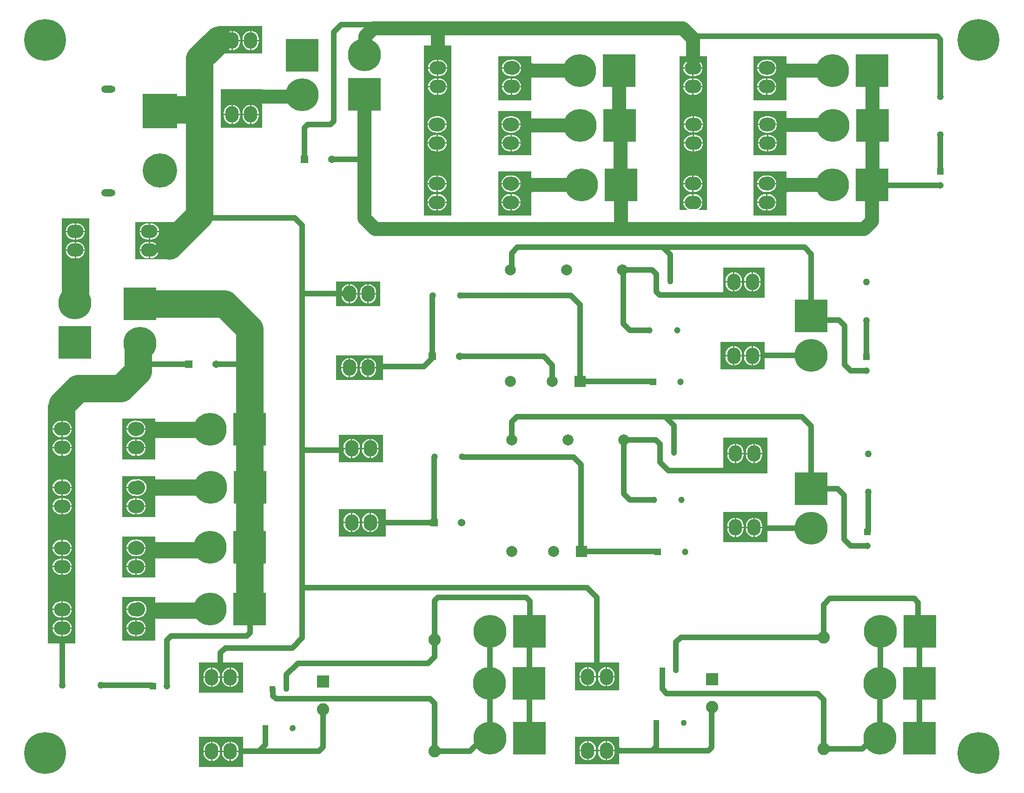
<source format=gtl>
G04*
G04 #@! TF.GenerationSoftware,Altium Limited,Altium Designer,21.9.2 (33)*
G04*
G04 Layer_Physical_Order=1*
G04 Layer_Color=255*
%FSLAX25Y25*%
%MOIN*%
G70*
G04*
G04 #@! TF.SameCoordinates,B47FFC8E-61E7-446A-90B7-BF6068300CD5*
G04*
G04*
G04 #@! TF.FilePolarity,Positive*
G04*
G01*
G75*
%ADD11C,0.01000*%
%ADD43C,0.11811*%
%ADD44C,0.09843*%
%ADD45C,0.19685*%
%ADD46C,0.03937*%
%ADD47O,0.10236X0.05118*%
%ADD48C,0.24567*%
%ADD49R,0.24567X0.24567*%
%ADD50C,0.23622*%
%ADD51R,0.23622X0.23622*%
%ADD52C,0.04953*%
%ADD53C,0.05400*%
%ADD54R,0.05400X0.05400*%
%ADD55R,0.04756X0.04756*%
%ADD56C,0.04756*%
%ADD57O,0.09646X0.11811*%
%ADD58O,0.11811X0.09646*%
%ADD59C,0.04685*%
%ADD60R,0.08858X0.08858*%
%ADD61C,0.08858*%
%ADD62C,0.07874*%
%ADD63R,0.07874X0.07874*%
%ADD64C,0.04724*%
%ADD65R,0.04724X0.04724*%
%ADD66C,0.04528*%
%ADD67R,0.04134X0.04134*%
%ADD68C,0.04134*%
%ADD69C,0.04331*%
%ADD70R,0.04331X0.04331*%
%ADD71R,0.04756X0.04756*%
%ADD72R,0.23622X0.23622*%
%ADD73C,0.30000*%
G36*
X175197Y521654D02*
X143701D01*
Y541339D01*
X175197D01*
Y521654D01*
D02*
G37*
G36*
X551181Y488189D02*
X527559D01*
Y519685D01*
X551181D01*
Y488189D01*
D02*
G37*
G36*
X368110D02*
X344488D01*
Y519685D01*
X368110D01*
Y488189D01*
D02*
G37*
G36*
X175197Y468504D02*
X145669D01*
Y496063D01*
X175197D01*
Y468504D01*
D02*
G37*
G36*
X551181Y448819D02*
X527559D01*
Y480315D01*
X551181D01*
Y448819D01*
D02*
G37*
G36*
X368110D02*
X344488D01*
Y480315D01*
X368110D01*
Y448819D01*
D02*
G37*
G36*
X494095Y409449D02*
X488298D01*
X488173Y409949D01*
X488448Y410096D01*
X489334Y410823D01*
X490062Y411710D01*
X490602Y412722D01*
X490935Y413819D01*
X490999Y414461D01*
X477230D01*
X477293Y413819D01*
X477626Y412722D01*
X478167Y411710D01*
X478894Y410823D01*
X479781Y410096D01*
X480056Y409949D01*
X479930Y409449D01*
X474409D01*
Y519685D01*
X494095D01*
Y409449D01*
D02*
G37*
G36*
X551181Y405512D02*
X527559D01*
Y437008D01*
X551181D01*
Y405512D01*
D02*
G37*
G36*
X368110D02*
X344488D01*
Y437008D01*
X368110D01*
Y405512D01*
D02*
G37*
G36*
X311024D02*
X291339D01*
Y527559D01*
X311024D01*
Y405512D01*
D02*
G37*
G36*
X111811Y374016D02*
X84252D01*
Y400787D01*
X111811D01*
Y374016D01*
D02*
G37*
G36*
X51181Y362205D02*
X31496D01*
Y403543D01*
X51181D01*
Y362205D01*
D02*
G37*
G36*
X535433Y346457D02*
X505905D01*
Y368110D01*
X535433D01*
Y346457D01*
D02*
G37*
G36*
X259842Y340551D02*
X228346D01*
Y358268D01*
X259842D01*
Y340551D01*
D02*
G37*
G36*
X535433Y295276D02*
X503937D01*
Y314961D01*
X535433D01*
Y295276D01*
D02*
G37*
G36*
X261811Y287402D02*
X228346D01*
Y305118D01*
X261811D01*
Y287402D01*
D02*
G37*
G36*
X98425Y230315D02*
X74803D01*
Y259842D01*
X98425D01*
Y230315D01*
D02*
G37*
G36*
X261811Y228346D02*
X230315D01*
Y248031D01*
X261811D01*
Y228346D01*
D02*
G37*
G36*
X537402Y220472D02*
X505905D01*
Y246063D01*
X537402D01*
Y220472D01*
D02*
G37*
G36*
X98425Y188976D02*
X74803D01*
Y218504D01*
X98425D01*
Y188976D01*
D02*
G37*
G36*
X263779Y175197D02*
X230315D01*
Y194882D01*
X263779D01*
Y175197D01*
D02*
G37*
G36*
X537402Y171260D02*
X505905D01*
Y192913D01*
X537402D01*
Y171260D01*
D02*
G37*
G36*
X98425Y145669D02*
X74803D01*
Y175197D01*
X98425D01*
Y145669D01*
D02*
G37*
G36*
Y100394D02*
X74803D01*
Y131890D01*
X98425D01*
Y100394D01*
D02*
G37*
G36*
X41339Y98425D02*
X21654D01*
Y269685D01*
X41339D01*
Y98425D01*
D02*
G37*
G36*
X431102Y64961D02*
X399606D01*
Y84646D01*
X431102D01*
Y64961D01*
D02*
G37*
G36*
X161417Y62992D02*
X129921D01*
Y84646D01*
X161417D01*
Y62992D01*
D02*
G37*
G36*
X431102Y11811D02*
X399606D01*
Y31496D01*
X431102D01*
Y11811D01*
D02*
G37*
G36*
X161417Y9843D02*
X129921D01*
Y31496D01*
X161417D01*
Y9843D01*
D02*
G37*
%LPC*%
G36*
X154043Y537987D02*
Y531602D01*
X159394D01*
Y532185D01*
X159282Y533326D01*
X158949Y534424D01*
X158408Y535436D01*
X157681Y536322D01*
X156794Y537050D01*
X155782Y537591D01*
X154685Y537924D01*
X154043Y537987D01*
D02*
G37*
G36*
X153043D02*
X152402Y537924D01*
X151304Y537591D01*
X150293Y537050D01*
X149406Y536322D01*
X148678Y535436D01*
X148138Y534424D01*
X147805Y533326D01*
X147692Y532185D01*
Y531602D01*
X153043D01*
Y537987D01*
D02*
G37*
G36*
X167429D02*
Y531602D01*
X172780D01*
Y532185D01*
X172668Y533326D01*
X172335Y534424D01*
X171794Y535436D01*
X171066Y536322D01*
X170180Y537050D01*
X169168Y537591D01*
X168071Y537924D01*
X167429Y537987D01*
D02*
G37*
G36*
X166429D02*
X165788Y537924D01*
X164690Y537591D01*
X163679Y537050D01*
X162792Y536322D01*
X162064Y535436D01*
X161523Y534424D01*
X161191Y533326D01*
X161078Y532185D01*
Y531602D01*
X166429D01*
Y537987D01*
D02*
G37*
G36*
X159394Y530602D02*
X154043D01*
Y524218D01*
X154685Y524281D01*
X155782Y524614D01*
X156794Y525155D01*
X157681Y525882D01*
X158408Y526769D01*
X158949Y527781D01*
X159282Y528878D01*
X159394Y530020D01*
Y530602D01*
D02*
G37*
G36*
X166429Y530602D02*
X161078D01*
Y530020D01*
X161191Y528878D01*
X161523Y527781D01*
X162064Y526769D01*
X162792Y525882D01*
X163679Y525155D01*
X164690Y524614D01*
X165788Y524281D01*
X166429Y524218D01*
Y530602D01*
D02*
G37*
G36*
X172780D02*
X167429D01*
Y524218D01*
X168071Y524281D01*
X169168Y524614D01*
X170180Y525155D01*
X171066Y525882D01*
X171794Y526769D01*
X172335Y527781D01*
X172668Y528878D01*
X172780Y530020D01*
Y530602D01*
D02*
G37*
G36*
X153043Y530602D02*
X147692D01*
Y530020D01*
X147805Y528878D01*
X148138Y527781D01*
X148678Y526769D01*
X149406Y525882D01*
X150293Y525155D01*
X151304Y524614D01*
X152402Y524281D01*
X153043Y524218D01*
Y530602D01*
D02*
G37*
G36*
X537146Y517367D02*
X536141Y517268D01*
X536063D01*
X534922Y517156D01*
X533824Y516823D01*
X532812Y516282D01*
X531926Y515555D01*
X531198Y514668D01*
X530657Y513656D01*
X530324Y512559D01*
X530261Y511917D01*
X544030D01*
X543967Y512559D01*
X543634Y513656D01*
X543093Y514668D01*
X542366Y515555D01*
X541479Y516282D01*
X540467Y516823D01*
X539370Y517156D01*
X538228Y517268D01*
X538150D01*
X537146Y517367D01*
D02*
G37*
G36*
X544030Y510917D02*
X530261D01*
X530324Y510276D01*
X530657Y509178D01*
X531198Y508167D01*
X531926Y507280D01*
X532812Y506552D01*
X533824Y506012D01*
X534922Y505679D01*
X535688Y505603D01*
X536083Y505483D01*
X537244Y505369D01*
X538405Y505483D01*
X538895Y505632D01*
X539370Y505679D01*
X540467Y506012D01*
X541479Y506552D01*
X542366Y507280D01*
X543093Y508167D01*
X543634Y509178D01*
X543967Y510276D01*
X544030Y510917D01*
D02*
G37*
G36*
X538228Y503883D02*
X537646D01*
Y498531D01*
X544030D01*
X543967Y499173D01*
X543634Y500271D01*
X543093Y501282D01*
X542366Y502169D01*
X541479Y502896D01*
X540467Y503437D01*
X539370Y503770D01*
X538228Y503883D01*
D02*
G37*
G36*
X536646D02*
X536063D01*
X534922Y503770D01*
X533824Y503437D01*
X532812Y502896D01*
X531926Y502169D01*
X531198Y501282D01*
X530657Y500271D01*
X530324Y499173D01*
X530261Y498531D01*
X536646D01*
Y503883D01*
D02*
G37*
G36*
X544030Y497532D02*
X537646D01*
Y492180D01*
X538228D01*
X539370Y492293D01*
X540467Y492626D01*
X541479Y493167D01*
X542366Y493894D01*
X543093Y494781D01*
X543634Y495792D01*
X543967Y496890D01*
X544030Y497532D01*
D02*
G37*
G36*
X536646D02*
X530261D01*
X530324Y496890D01*
X530657Y495792D01*
X531198Y494781D01*
X531926Y493894D01*
X532812Y493167D01*
X533824Y492626D01*
X534922Y492293D01*
X536063Y492180D01*
X536646D01*
Y497532D01*
D02*
G37*
G36*
X354961Y517367D02*
X354075D01*
X353071Y517268D01*
X352992D01*
X351851Y517156D01*
X350753Y516823D01*
X349742Y516282D01*
X348855Y515555D01*
X348127Y514668D01*
X347586Y513656D01*
X347254Y512559D01*
X347190Y511917D01*
X360959D01*
X360896Y512559D01*
X360563Y513656D01*
X360022Y514668D01*
X359295Y515555D01*
X358408Y516282D01*
X358289Y516346D01*
X358266Y516364D01*
X357238Y516914D01*
X356121Y517253D01*
X354961Y517367D01*
D02*
G37*
G36*
X360959Y510917D02*
X347190D01*
X347254Y510276D01*
X347586Y509178D01*
X348127Y508167D01*
X348855Y507280D01*
X349742Y506552D01*
X350753Y506012D01*
X351851Y505679D01*
X352992Y505566D01*
X353071D01*
X354075Y505467D01*
X354961D01*
X356121Y505582D01*
X357238Y505920D01*
X358266Y506470D01*
X358289Y506489D01*
X358408Y506552D01*
X359295Y507280D01*
X360022Y508167D01*
X360563Y509178D01*
X360896Y510276D01*
X360959Y510917D01*
D02*
G37*
G36*
X355157Y503883D02*
X354575D01*
Y498531D01*
X360959D01*
X360896Y499173D01*
X360563Y500271D01*
X360022Y501282D01*
X359295Y502169D01*
X358408Y502896D01*
X357397Y503437D01*
X356299Y503770D01*
X355157Y503883D01*
D02*
G37*
G36*
X353575D02*
X352992D01*
X351851Y503770D01*
X350753Y503437D01*
X349742Y502896D01*
X348855Y502169D01*
X348127Y501282D01*
X347586Y500271D01*
X347254Y499173D01*
X347190Y498531D01*
X353575D01*
Y503883D01*
D02*
G37*
G36*
X360959Y497532D02*
X354575D01*
Y492180D01*
X355157D01*
X356299Y492293D01*
X357397Y492626D01*
X358408Y493167D01*
X359295Y493894D01*
X360022Y494781D01*
X360563Y495792D01*
X360896Y496890D01*
X360959Y497532D01*
D02*
G37*
G36*
X353575D02*
X347190D01*
X347254Y496890D01*
X347586Y495792D01*
X348127Y494781D01*
X348855Y493894D01*
X349742Y493167D01*
X350753Y492626D01*
X351851Y492293D01*
X352992Y492180D01*
X353575D01*
Y497532D01*
D02*
G37*
G36*
X154043Y484955D02*
Y478571D01*
X159394D01*
Y479153D01*
X159282Y480295D01*
X158949Y481393D01*
X158408Y482404D01*
X157681Y483291D01*
X156794Y484019D01*
X155782Y484559D01*
X154685Y484892D01*
X154043Y484955D01*
D02*
G37*
G36*
X153043D02*
X152402Y484892D01*
X151304Y484559D01*
X150293Y484019D01*
X149406Y483291D01*
X148678Y482404D01*
X148138Y481393D01*
X147805Y480295D01*
X147692Y479153D01*
Y478571D01*
X153043D01*
Y484955D01*
D02*
G37*
G36*
X167429Y484955D02*
Y478571D01*
X172780D01*
Y479153D01*
X172668Y480295D01*
X172335Y481393D01*
X171794Y482404D01*
X171066Y483291D01*
X170180Y484019D01*
X169168Y484559D01*
X168071Y484892D01*
X167429Y484955D01*
D02*
G37*
G36*
X166429Y484955D02*
X165788Y484892D01*
X164690Y484559D01*
X163679Y484019D01*
X162792Y483291D01*
X162064Y482404D01*
X161523Y481393D01*
X161191Y480295D01*
X161078Y479153D01*
Y478571D01*
X166429D01*
Y484955D01*
D02*
G37*
G36*
Y477571D02*
X161078D01*
Y476988D01*
X161191Y475847D01*
X161523Y474749D01*
X162064Y473737D01*
X162792Y472851D01*
X163679Y472123D01*
X164690Y471583D01*
X165788Y471250D01*
X166429Y471186D01*
Y477571D01*
D02*
G37*
G36*
X153043Y477571D02*
X147692D01*
Y476988D01*
X147805Y475847D01*
X148138Y474749D01*
X148678Y473737D01*
X149406Y472851D01*
X150293Y472123D01*
X151304Y471583D01*
X152402Y471250D01*
X153043Y471186D01*
Y477571D01*
D02*
G37*
G36*
X159394D02*
X154043D01*
Y471186D01*
X154685Y471250D01*
X155782Y471583D01*
X156794Y472123D01*
X157681Y472851D01*
X158408Y473737D01*
X158949Y474749D01*
X159282Y475847D01*
X159394Y476988D01*
Y477571D01*
D02*
G37*
G36*
X172780Y477571D02*
X167429D01*
Y471186D01*
X168071Y471250D01*
X169168Y471583D01*
X170180Y472123D01*
X171066Y472851D01*
X171794Y473737D01*
X172335Y474749D01*
X172668Y475847D01*
X172780Y476988D01*
Y477571D01*
D02*
G37*
G36*
X537539Y476816D02*
X536535Y476717D01*
X536457D01*
X535315Y476605D01*
X534218Y476272D01*
X533206Y475731D01*
X532319Y475003D01*
X531592Y474117D01*
X531051Y473105D01*
X530718Y472008D01*
X530655Y471366D01*
X544424D01*
X544361Y472008D01*
X544028Y473105D01*
X543487Y474117D01*
X542759Y475003D01*
X541873Y475731D01*
X540861Y476272D01*
X539763Y476605D01*
X538622Y476717D01*
X538544D01*
X537539Y476816D01*
D02*
G37*
G36*
X544424Y470366D02*
X530655D01*
X530718Y469725D01*
X531051Y468627D01*
X531592Y467616D01*
X532319Y466729D01*
X533206Y466001D01*
X534218Y465460D01*
X535315Y465128D01*
X536082Y465052D01*
X536477Y464932D01*
X537638Y464818D01*
X538799Y464932D01*
X539289Y465081D01*
X539763Y465128D01*
X540861Y465460D01*
X541873Y466001D01*
X542759Y466729D01*
X543487Y467616D01*
X544028Y468627D01*
X544361Y469725D01*
X544424Y470366D01*
D02*
G37*
G36*
X538622Y463331D02*
X538039D01*
Y457980D01*
X544424D01*
X544361Y458622D01*
X544028Y459719D01*
X543487Y460731D01*
X542759Y461618D01*
X541873Y462345D01*
X540861Y462886D01*
X539763Y463219D01*
X538622Y463331D01*
D02*
G37*
G36*
X537039D02*
X536457D01*
X535315Y463219D01*
X534218Y462886D01*
X533206Y462345D01*
X532319Y461618D01*
X531592Y460731D01*
X531051Y459719D01*
X530718Y458622D01*
X530655Y457980D01*
X537039D01*
Y463331D01*
D02*
G37*
G36*
X544424Y456980D02*
X538039D01*
Y451629D01*
X538622D01*
X539763Y451742D01*
X540861Y452075D01*
X541873Y452615D01*
X542759Y453343D01*
X543487Y454230D01*
X544028Y455241D01*
X544361Y456339D01*
X544424Y456980D01*
D02*
G37*
G36*
X537039D02*
X530655D01*
X530718Y456339D01*
X531051Y455241D01*
X531592Y454230D01*
X532319Y453343D01*
X533206Y452615D01*
X534218Y452075D01*
X535315Y451742D01*
X536457Y451629D01*
X537039D01*
Y456980D01*
D02*
G37*
G36*
X353681Y476816D02*
X352677Y476717D01*
X352598D01*
X351457Y476605D01*
X350359Y476272D01*
X349348Y475731D01*
X348461Y475003D01*
X347733Y474117D01*
X347193Y473105D01*
X346860Y472008D01*
X346797Y471366D01*
X360565D01*
X360502Y472008D01*
X360169Y473105D01*
X359629Y474117D01*
X358901Y475003D01*
X358014Y475731D01*
X357003Y476272D01*
X355905Y476605D01*
X354764Y476717D01*
X354685D01*
X353681Y476816D01*
D02*
G37*
G36*
X360565Y470366D02*
X346797D01*
X346860Y469725D01*
X347193Y468627D01*
X347733Y467616D01*
X348461Y466729D01*
X349348Y466001D01*
X350359Y465460D01*
X351457Y465128D01*
X352223Y465052D01*
X352619Y464932D01*
X353780Y464818D01*
X354940Y464932D01*
X355430Y465081D01*
X355905Y465128D01*
X357003Y465460D01*
X358014Y466001D01*
X358901Y466729D01*
X359629Y467616D01*
X360169Y468627D01*
X360502Y469725D01*
X360565Y470366D01*
D02*
G37*
G36*
X354764Y463331D02*
X354181D01*
Y457980D01*
X360565D01*
X360502Y458622D01*
X360169Y459719D01*
X359629Y460731D01*
X358901Y461618D01*
X358014Y462345D01*
X357003Y462886D01*
X355905Y463219D01*
X354764Y463331D01*
D02*
G37*
G36*
X353181D02*
X352598D01*
X351457Y463219D01*
X350359Y462886D01*
X349348Y462345D01*
X348461Y461618D01*
X347733Y460731D01*
X347193Y459719D01*
X346860Y458622D01*
X346797Y457980D01*
X353181D01*
Y463331D01*
D02*
G37*
G36*
X360565Y456980D02*
X354181D01*
Y451629D01*
X354764D01*
X355905Y451742D01*
X357003Y452075D01*
X358014Y452615D01*
X358901Y453343D01*
X359629Y454230D01*
X360169Y455241D01*
X360502Y456339D01*
X360565Y456980D01*
D02*
G37*
G36*
X353181D02*
X346797D01*
X346860Y456339D01*
X347193Y455241D01*
X347733Y454230D01*
X348461Y453343D01*
X349348Y452615D01*
X350359Y452075D01*
X351457Y451742D01*
X352598Y451629D01*
X353181D01*
Y456980D01*
D02*
G37*
G36*
X485197Y517268D02*
X484614D01*
Y511917D01*
X490999D01*
X490935Y512559D01*
X490602Y513656D01*
X490062Y514668D01*
X489334Y515555D01*
X488448Y516282D01*
X487436Y516823D01*
X486338Y517156D01*
X485197Y517268D01*
D02*
G37*
G36*
X483614D02*
X483032D01*
X481890Y517156D01*
X480792Y516823D01*
X479781Y516282D01*
X478894Y515555D01*
X478167Y514668D01*
X477626Y513656D01*
X477293Y512559D01*
X477230Y511917D01*
X483614D01*
Y517268D01*
D02*
G37*
G36*
X490999Y510917D02*
X484614D01*
Y505566D01*
X485197D01*
X486338Y505679D01*
X487436Y506012D01*
X488448Y506552D01*
X489334Y507280D01*
X490062Y508167D01*
X490602Y509178D01*
X490935Y510276D01*
X490999Y510917D01*
D02*
G37*
G36*
X483614D02*
X477230D01*
X477293Y510276D01*
X477626Y509178D01*
X478167Y508167D01*
X478894Y507280D01*
X479781Y506552D01*
X480792Y506012D01*
X481890Y505679D01*
X483032Y505566D01*
X483614D01*
Y510917D01*
D02*
G37*
G36*
X485197Y503883D02*
X484614D01*
Y498531D01*
X490999D01*
X490935Y499173D01*
X490602Y500271D01*
X490062Y501282D01*
X489334Y502169D01*
X488448Y502896D01*
X487436Y503437D01*
X486338Y503770D01*
X485197Y503883D01*
D02*
G37*
G36*
X483614D02*
X483032D01*
X481890Y503770D01*
X480792Y503437D01*
X479781Y502896D01*
X478894Y502169D01*
X478167Y501282D01*
X477626Y500271D01*
X477293Y499173D01*
X477230Y498531D01*
X483614D01*
Y503883D01*
D02*
G37*
G36*
X490999Y497532D02*
X484614D01*
Y492180D01*
X485197D01*
X486338Y492293D01*
X487436Y492626D01*
X488448Y493167D01*
X489334Y493894D01*
X490062Y494781D01*
X490602Y495792D01*
X490935Y496890D01*
X490999Y497532D01*
D02*
G37*
G36*
X483614D02*
X477230D01*
X477293Y496890D01*
X477626Y495792D01*
X478167Y494781D01*
X478894Y493894D01*
X479781Y493167D01*
X480792Y492626D01*
X481890Y492293D01*
X483032Y492180D01*
X483614D01*
Y497532D01*
D02*
G37*
G36*
X485591Y476717D02*
X485008D01*
Y471366D01*
X491392D01*
X491329Y472008D01*
X490996Y473105D01*
X490455Y474117D01*
X489728Y475003D01*
X488841Y475731D01*
X487830Y476272D01*
X486732Y476605D01*
X485591Y476717D01*
D02*
G37*
G36*
X484008D02*
X483425D01*
X482284Y476605D01*
X481186Y476272D01*
X480174Y475731D01*
X479288Y475003D01*
X478560Y474117D01*
X478020Y473105D01*
X477687Y472008D01*
X477623Y471366D01*
X484008D01*
Y476717D01*
D02*
G37*
G36*
X491392Y470366D02*
X485008D01*
Y465015D01*
X485591D01*
X486732Y465128D01*
X487830Y465460D01*
X488841Y466001D01*
X489728Y466729D01*
X490455Y467616D01*
X490996Y468627D01*
X491329Y469725D01*
X491392Y470366D01*
D02*
G37*
G36*
X484008D02*
X477623D01*
X477687Y469725D01*
X478020Y468627D01*
X478560Y467616D01*
X479288Y466729D01*
X480174Y466001D01*
X481186Y465460D01*
X482284Y465128D01*
X483425Y465015D01*
X484008D01*
Y470366D01*
D02*
G37*
G36*
X485591Y463331D02*
X485008D01*
Y457980D01*
X491392D01*
X491329Y458622D01*
X490996Y459719D01*
X490455Y460731D01*
X489728Y461618D01*
X488841Y462345D01*
X487830Y462886D01*
X486732Y463219D01*
X485591Y463331D01*
D02*
G37*
G36*
X484008D02*
X483425D01*
X482284Y463219D01*
X481186Y462886D01*
X480174Y462345D01*
X479288Y461618D01*
X478560Y460731D01*
X478020Y459719D01*
X477687Y458622D01*
X477623Y457980D01*
X484008D01*
Y463331D01*
D02*
G37*
G36*
X491392Y456980D02*
X485008D01*
Y451629D01*
X485591D01*
X486732Y451742D01*
X487830Y452075D01*
X488841Y452615D01*
X489728Y453343D01*
X490455Y454230D01*
X490996Y455241D01*
X491329Y456339D01*
X491392Y456980D01*
D02*
G37*
G36*
X484008D02*
X477623D01*
X477687Y456339D01*
X478020Y455241D01*
X478560Y454230D01*
X479288Y453343D01*
X480174Y452615D01*
X481186Y452075D01*
X482284Y451742D01*
X483425Y451629D01*
X484008D01*
Y456980D01*
D02*
G37*
G36*
X485197Y434198D02*
X484614D01*
Y428847D01*
X490999D01*
X490935Y429488D01*
X490602Y430585D01*
X490062Y431597D01*
X489334Y432484D01*
X488448Y433211D01*
X487436Y433752D01*
X486338Y434085D01*
X485197Y434198D01*
D02*
G37*
G36*
X483614D02*
X483032D01*
X481890Y434085D01*
X480792Y433752D01*
X479781Y433211D01*
X478894Y432484D01*
X478167Y431597D01*
X477626Y430585D01*
X477293Y429488D01*
X477230Y428847D01*
X483614D01*
Y434198D01*
D02*
G37*
G36*
X490999Y427846D02*
X484614D01*
Y422495D01*
X485197D01*
X486338Y422608D01*
X487436Y422941D01*
X488448Y423482D01*
X489334Y424209D01*
X490062Y425096D01*
X490602Y426107D01*
X490935Y427205D01*
X490999Y427846D01*
D02*
G37*
G36*
X483614D02*
X477230D01*
X477293Y427205D01*
X477626Y426107D01*
X478167Y425096D01*
X478894Y424209D01*
X479781Y423482D01*
X480792Y422941D01*
X481890Y422608D01*
X483032Y422495D01*
X483614D01*
Y427846D01*
D02*
G37*
G36*
X485197Y420812D02*
X484614D01*
Y415461D01*
X490999D01*
X490935Y416102D01*
X490602Y417200D01*
X490062Y418211D01*
X489334Y419098D01*
X488448Y419826D01*
X487436Y420366D01*
X486338Y420699D01*
X485197Y420812D01*
D02*
G37*
G36*
X483614D02*
X483032D01*
X481890Y420699D01*
X480792Y420366D01*
X479781Y419826D01*
X478894Y419098D01*
X478167Y418211D01*
X477626Y417200D01*
X477293Y416102D01*
X477230Y415461D01*
X483614D01*
Y420812D01*
D02*
G37*
G36*
X538031Y434296D02*
X537146D01*
X536141Y434198D01*
X536063D01*
X534922Y434085D01*
X533824Y433752D01*
X532812Y433211D01*
X531926Y432484D01*
X531198Y431597D01*
X530657Y430585D01*
X530324Y429488D01*
X530261Y428847D01*
X544030D01*
X543967Y429488D01*
X543634Y430585D01*
X543093Y431597D01*
X542366Y432484D01*
X541479Y433211D01*
X541359Y433275D01*
X541337Y433294D01*
X540308Y433844D01*
X539192Y434182D01*
X538031Y434296D01*
D02*
G37*
G36*
X544030Y427846D02*
X530261D01*
X530324Y427205D01*
X530657Y426107D01*
X531198Y425096D01*
X531926Y424209D01*
X532812Y423482D01*
X533824Y422941D01*
X534922Y422608D01*
X536063Y422495D01*
X536141D01*
X537146Y422397D01*
X538031D01*
X539192Y422511D01*
X540308Y422849D01*
X541337Y423399D01*
X541359Y423418D01*
X541479Y423482D01*
X542366Y424209D01*
X543093Y425096D01*
X543634Y426107D01*
X543967Y427205D01*
X544030Y427846D01*
D02*
G37*
G36*
X538228Y420812D02*
X537646D01*
Y415461D01*
X544030D01*
X543967Y416102D01*
X543634Y417200D01*
X543093Y418211D01*
X542366Y419098D01*
X541479Y419826D01*
X540467Y420366D01*
X539370Y420699D01*
X538228Y420812D01*
D02*
G37*
G36*
X536646D02*
X536063D01*
X534922Y420699D01*
X533824Y420366D01*
X532812Y419826D01*
X531926Y419098D01*
X531198Y418211D01*
X530657Y417200D01*
X530324Y416102D01*
X530261Y415461D01*
X536646D01*
Y420812D01*
D02*
G37*
G36*
X544030Y414461D02*
X537646D01*
Y409110D01*
X538228D01*
X539370Y409222D01*
X540467Y409555D01*
X541479Y410096D01*
X542366Y410823D01*
X543093Y411710D01*
X543634Y412722D01*
X543967Y413819D01*
X544030Y414461D01*
D02*
G37*
G36*
X536646D02*
X530261D01*
X530324Y413819D01*
X530657Y412722D01*
X531198Y411710D01*
X531926Y410823D01*
X532812Y410096D01*
X533824Y409555D01*
X534922Y409222D01*
X536063Y409110D01*
X536646D01*
Y414461D01*
D02*
G37*
G36*
X353681Y434296D02*
X352677Y434198D01*
X352598D01*
X351457Y434085D01*
X350359Y433752D01*
X349348Y433211D01*
X348461Y432484D01*
X347733Y431597D01*
X347193Y430585D01*
X346860Y429488D01*
X346797Y428847D01*
X360565D01*
X360502Y429488D01*
X360169Y430585D01*
X359629Y431597D01*
X358901Y432484D01*
X358014Y433211D01*
X357003Y433752D01*
X355905Y434085D01*
X354764Y434198D01*
X354685D01*
X353681Y434296D01*
D02*
G37*
G36*
X360565Y427846D02*
X346797D01*
X346860Y427205D01*
X347193Y426107D01*
X347733Y425096D01*
X348461Y424209D01*
X349348Y423482D01*
X350359Y422941D01*
X351457Y422608D01*
X352223Y422532D01*
X352619Y422412D01*
X353780Y422298D01*
X354940Y422412D01*
X355430Y422561D01*
X355905Y422608D01*
X357003Y422941D01*
X358014Y423482D01*
X358901Y424209D01*
X359629Y425096D01*
X360169Y426107D01*
X360502Y427205D01*
X360565Y427846D01*
D02*
G37*
G36*
X354764Y420812D02*
X354181D01*
Y415461D01*
X360565D01*
X360502Y416102D01*
X360169Y417200D01*
X359629Y418211D01*
X358901Y419098D01*
X358014Y419826D01*
X357003Y420366D01*
X355905Y420699D01*
X354764Y420812D01*
D02*
G37*
G36*
X353181D02*
X352598D01*
X351457Y420699D01*
X350359Y420366D01*
X349348Y419826D01*
X348461Y419098D01*
X347733Y418211D01*
X347193Y417200D01*
X346860Y416102D01*
X346797Y415461D01*
X353181D01*
Y420812D01*
D02*
G37*
G36*
X360565Y414461D02*
X354181D01*
Y409110D01*
X354764D01*
X355905Y409222D01*
X357003Y409555D01*
X358014Y410096D01*
X358901Y410823D01*
X359629Y411710D01*
X360169Y412722D01*
X360502Y413819D01*
X360565Y414461D01*
D02*
G37*
G36*
X353181D02*
X346797D01*
X346860Y413819D01*
X347193Y412722D01*
X347733Y411710D01*
X348461Y410823D01*
X349348Y410096D01*
X350359Y409555D01*
X351457Y409222D01*
X352598Y409110D01*
X353181D01*
Y414461D01*
D02*
G37*
G36*
X302126Y517268D02*
X301543D01*
Y511917D01*
X307928D01*
X307865Y512559D01*
X307532Y513656D01*
X306991Y514668D01*
X306263Y515555D01*
X305377Y516282D01*
X304365Y516823D01*
X303268Y517156D01*
X302126Y517268D01*
D02*
G37*
G36*
X300543D02*
X299961D01*
X298819Y517156D01*
X297722Y516823D01*
X296710Y516282D01*
X295823Y515555D01*
X295096Y514668D01*
X294555Y513656D01*
X294222Y512559D01*
X294159Y511917D01*
X300543D01*
Y517268D01*
D02*
G37*
G36*
X307928Y510917D02*
X301543D01*
Y505566D01*
X302126D01*
X303268Y505679D01*
X304365Y506012D01*
X305377Y506552D01*
X306263Y507280D01*
X306991Y508167D01*
X307532Y509178D01*
X307865Y510276D01*
X307928Y510917D01*
D02*
G37*
G36*
X300543D02*
X294159D01*
X294222Y510276D01*
X294555Y509178D01*
X295096Y508167D01*
X295823Y507280D01*
X296710Y506552D01*
X297722Y506012D01*
X298819Y505679D01*
X299961Y505566D01*
X300543D01*
Y510917D01*
D02*
G37*
G36*
X302126Y503883D02*
X301543D01*
Y498531D01*
X307928D01*
X307865Y499173D01*
X307532Y500271D01*
X306991Y501282D01*
X306263Y502169D01*
X305377Y502896D01*
X304365Y503437D01*
X303268Y503770D01*
X302126Y503883D01*
D02*
G37*
G36*
X300543D02*
X299961D01*
X298819Y503770D01*
X297722Y503437D01*
X296710Y502896D01*
X295823Y502169D01*
X295096Y501282D01*
X294555Y500271D01*
X294222Y499173D01*
X294159Y498531D01*
X300543D01*
Y503883D01*
D02*
G37*
G36*
X307928Y497532D02*
X301543D01*
Y492180D01*
X302126D01*
X303268Y492293D01*
X304365Y492626D01*
X305377Y493167D01*
X306263Y493894D01*
X306991Y494781D01*
X307532Y495792D01*
X307865Y496890D01*
X307928Y497532D01*
D02*
G37*
G36*
X300543D02*
X294159D01*
X294222Y496890D01*
X294555Y495792D01*
X295096Y494781D01*
X295823Y493894D01*
X296710Y493167D01*
X297722Y492626D01*
X298819Y492293D01*
X299961Y492180D01*
X300543D01*
Y497532D01*
D02*
G37*
G36*
X301043Y476915D02*
X299883Y476800D01*
X299609Y476717D01*
X299567D01*
X298426Y476605D01*
X297328Y476272D01*
X296316Y475731D01*
X295430Y475003D01*
X294702Y474117D01*
X294161Y473105D01*
X293828Y472008D01*
X293765Y471366D01*
X307534D01*
X307471Y472008D01*
X307138Y473105D01*
X306597Y474117D01*
X305870Y475003D01*
X304983Y475731D01*
X303971Y476272D01*
X302874Y476605D01*
X302836Y476608D01*
X302204Y476800D01*
X301043Y476915D01*
D02*
G37*
G36*
X307534Y470366D02*
X293765D01*
X293828Y469725D01*
X294161Y468627D01*
X294702Y467616D01*
X295430Y466729D01*
X296316Y466001D01*
X297328Y465460D01*
X298426Y465128D01*
X299567Y465015D01*
X299645D01*
X300650Y464916D01*
X300945D01*
X302106Y465031D01*
X302210Y465062D01*
X302874Y465128D01*
X303971Y465460D01*
X304983Y466001D01*
X305870Y466729D01*
X306597Y467616D01*
X307138Y468627D01*
X307471Y469725D01*
X307534Y470366D01*
D02*
G37*
G36*
X301732Y463331D02*
X301150D01*
Y457980D01*
X307534D01*
X307471Y458622D01*
X307138Y459719D01*
X306597Y460731D01*
X305870Y461618D01*
X304983Y462345D01*
X303971Y462886D01*
X302874Y463219D01*
X301732Y463331D01*
D02*
G37*
G36*
X300150D02*
X299567D01*
X298426Y463219D01*
X297328Y462886D01*
X296316Y462345D01*
X295430Y461618D01*
X294702Y460731D01*
X294161Y459719D01*
X293828Y458622D01*
X293765Y457980D01*
X300150D01*
Y463331D01*
D02*
G37*
G36*
X307534Y456980D02*
X301150D01*
Y451629D01*
X301732D01*
X302874Y451742D01*
X303971Y452075D01*
X304983Y452615D01*
X305870Y453343D01*
X306597Y454230D01*
X307138Y455241D01*
X307471Y456339D01*
X307534Y456980D01*
D02*
G37*
G36*
X300150D02*
X293765D01*
X293828Y456339D01*
X294161Y455241D01*
X294702Y454230D01*
X295430Y453343D01*
X296316Y452615D01*
X297328Y452075D01*
X298426Y451742D01*
X299567Y451629D01*
X300150D01*
Y456980D01*
D02*
G37*
G36*
X301732Y434198D02*
X301150D01*
Y428847D01*
X307534D01*
X307471Y429488D01*
X307138Y430585D01*
X306597Y431597D01*
X305870Y432484D01*
X304983Y433211D01*
X303971Y433752D01*
X302874Y434085D01*
X301732Y434198D01*
D02*
G37*
G36*
X300150D02*
X299567D01*
X298426Y434085D01*
X297328Y433752D01*
X296316Y433211D01*
X295430Y432484D01*
X294702Y431597D01*
X294161Y430585D01*
X293828Y429488D01*
X293765Y428847D01*
X300150D01*
Y434198D01*
D02*
G37*
G36*
X307534Y427846D02*
X301150D01*
Y422495D01*
X301732D01*
X302874Y422608D01*
X303971Y422941D01*
X304983Y423482D01*
X305870Y424209D01*
X306597Y425096D01*
X307138Y426107D01*
X307471Y427205D01*
X307534Y427846D01*
D02*
G37*
G36*
X300150D02*
X293765D01*
X293828Y427205D01*
X294161Y426107D01*
X294702Y425096D01*
X295430Y424209D01*
X296316Y423482D01*
X297328Y422941D01*
X298426Y422608D01*
X299567Y422495D01*
X300150D01*
Y427846D01*
D02*
G37*
G36*
X301732Y420812D02*
X301150D01*
Y415461D01*
X307534D01*
X307471Y416102D01*
X307138Y417200D01*
X306597Y418211D01*
X305870Y419098D01*
X304983Y419826D01*
X303971Y420366D01*
X302874Y420699D01*
X301732Y420812D01*
D02*
G37*
G36*
X300150D02*
X299567D01*
X298426Y420699D01*
X297328Y420366D01*
X296316Y419826D01*
X295430Y419098D01*
X294702Y418211D01*
X294161Y417200D01*
X293828Y416102D01*
X293765Y415461D01*
X300150D01*
Y420812D01*
D02*
G37*
G36*
X307534Y414461D02*
X301150D01*
Y409110D01*
X301732D01*
X302874Y409222D01*
X303971Y409555D01*
X304983Y410096D01*
X305870Y410823D01*
X306597Y411710D01*
X307138Y412722D01*
X307471Y413819D01*
X307534Y414461D01*
D02*
G37*
G36*
X300150D02*
X293765D01*
X293828Y413819D01*
X294161Y412722D01*
X294702Y411710D01*
X295430Y410823D01*
X296316Y410096D01*
X297328Y409555D01*
X298426Y409222D01*
X299567Y409110D01*
X300150D01*
Y414461D01*
D02*
G37*
G36*
X95315Y399945D02*
X94732D01*
Y394595D01*
X101117D01*
X101054Y395236D01*
X100721Y396334D01*
X100180Y397345D01*
X99452Y398232D01*
X98566Y398959D01*
X97554Y399500D01*
X96456Y399833D01*
X95315Y399945D01*
D02*
G37*
G36*
X93732D02*
X93150D01*
X92008Y399833D01*
X90911Y399500D01*
X89899Y398959D01*
X89012Y398232D01*
X88285Y397345D01*
X87744Y396334D01*
X87411Y395236D01*
X87348Y394595D01*
X93732D01*
Y399945D01*
D02*
G37*
G36*
X101117Y393595D02*
X94732D01*
Y388244D01*
X95315D01*
X96456Y388356D01*
X97554Y388689D01*
X98566Y389230D01*
X99452Y389957D01*
X100180Y390844D01*
X100721Y391855D01*
X101054Y392953D01*
X101117Y393595D01*
D02*
G37*
G36*
X93732D02*
X87348D01*
X87411Y392953D01*
X87744Y391855D01*
X88285Y390844D01*
X89012Y389957D01*
X89899Y389230D01*
X90911Y388689D01*
X92008Y388356D01*
X93150Y388244D01*
X93732D01*
Y393595D01*
D02*
G37*
G36*
X95315Y386560D02*
X94732D01*
Y381209D01*
X101117D01*
X101054Y381850D01*
X100721Y382948D01*
X100180Y383959D01*
X99452Y384846D01*
X98566Y385574D01*
X97554Y386114D01*
X96456Y386447D01*
X95315Y386560D01*
D02*
G37*
G36*
X93732D02*
X93150D01*
X92008Y386447D01*
X90911Y386114D01*
X89899Y385574D01*
X89012Y384846D01*
X88285Y383959D01*
X87744Y382948D01*
X87411Y381850D01*
X87348Y381209D01*
X93732D01*
Y386560D01*
D02*
G37*
G36*
X101117Y380209D02*
X94732D01*
Y374858D01*
X95315D01*
X96456Y374970D01*
X97554Y375303D01*
X98566Y375844D01*
X99452Y376571D01*
X100180Y377458D01*
X100721Y378470D01*
X101054Y379567D01*
X101117Y380209D01*
D02*
G37*
G36*
X93732D02*
X87348D01*
X87411Y379567D01*
X87744Y378470D01*
X88285Y377458D01*
X89012Y376571D01*
X89899Y375844D01*
X90911Y375303D01*
X92008Y374970D01*
X93150Y374858D01*
X93732D01*
Y380209D01*
D02*
G37*
G36*
X42283Y399945D02*
X41701D01*
Y394595D01*
X48085D01*
X48022Y395236D01*
X47689Y396334D01*
X47148Y397345D01*
X46421Y398232D01*
X45534Y398959D01*
X44523Y399500D01*
X43425Y399833D01*
X42283Y399945D01*
D02*
G37*
G36*
X40701D02*
X40118D01*
X38977Y399833D01*
X37879Y399500D01*
X36867Y398959D01*
X35981Y398232D01*
X35253Y397345D01*
X34712Y396334D01*
X34380Y395236D01*
X34316Y394595D01*
X40701D01*
Y399945D01*
D02*
G37*
G36*
X48085Y393595D02*
X41701D01*
Y388244D01*
X42283D01*
X43425Y388356D01*
X44523Y388689D01*
X45534Y389230D01*
X46421Y389957D01*
X47148Y390844D01*
X47689Y391855D01*
X48022Y392953D01*
X48085Y393595D01*
D02*
G37*
G36*
X40701D02*
X34316D01*
X34380Y392953D01*
X34712Y391855D01*
X35253Y390844D01*
X35981Y389957D01*
X36867Y389230D01*
X37879Y388689D01*
X38977Y388356D01*
X40118Y388244D01*
X40701D01*
Y393595D01*
D02*
G37*
G36*
X42283Y386560D02*
X41701D01*
Y381209D01*
X48085D01*
X48022Y381850D01*
X47689Y382948D01*
X47148Y383959D01*
X46421Y384846D01*
X45534Y385574D01*
X44523Y386114D01*
X43425Y386447D01*
X42283Y386560D01*
D02*
G37*
G36*
X40701D02*
X40118D01*
X38977Y386447D01*
X37879Y386114D01*
X36867Y385574D01*
X35981Y384846D01*
X35253Y383959D01*
X34712Y382948D01*
X34380Y381850D01*
X34316Y381209D01*
X40701D01*
Y386560D01*
D02*
G37*
G36*
X48085Y380209D02*
X41701D01*
Y374858D01*
X42283D01*
X43425Y374970D01*
X44523Y375303D01*
X45534Y375844D01*
X46421Y376571D01*
X47148Y377458D01*
X47689Y378470D01*
X48022Y379567D01*
X48085Y380209D01*
D02*
G37*
G36*
X40701D02*
X34316D01*
X34380Y379567D01*
X34712Y378470D01*
X35253Y377458D01*
X35981Y376571D01*
X36867Y375844D01*
X37879Y375303D01*
X38977Y374970D01*
X40118Y374858D01*
X40701D01*
Y380209D01*
D02*
G37*
G36*
X513886Y364758D02*
Y358374D01*
X519237D01*
Y358957D01*
X519124Y360098D01*
X518791Y361196D01*
X518251Y362207D01*
X517523Y363094D01*
X516637Y363822D01*
X515625Y364362D01*
X514527Y364695D01*
X513886Y364758D01*
D02*
G37*
G36*
X512886Y364758D02*
X512244Y364695D01*
X511147Y364362D01*
X510135Y363822D01*
X509248Y363094D01*
X508521Y362207D01*
X507980Y361196D01*
X507647Y360098D01*
X507535Y358957D01*
Y358374D01*
X512886D01*
Y364758D01*
D02*
G37*
G36*
X527272Y364758D02*
Y358374D01*
X532623D01*
Y358957D01*
X532510Y360098D01*
X532177Y361196D01*
X531637Y362207D01*
X530909Y363094D01*
X530022Y363822D01*
X529011Y364362D01*
X527913Y364695D01*
X527272Y364758D01*
D02*
G37*
G36*
X526272D02*
X525630Y364695D01*
X524533Y364362D01*
X523521Y363822D01*
X522634Y363094D01*
X521907Y362207D01*
X521366Y361196D01*
X521033Y360098D01*
X520921Y358957D01*
Y358374D01*
X526272D01*
Y364758D01*
D02*
G37*
G36*
X519237Y357374D02*
X513886D01*
Y350990D01*
X514527Y351053D01*
X515625Y351386D01*
X516637Y351926D01*
X517523Y352654D01*
X518251Y353541D01*
X518791Y354552D01*
X519124Y355650D01*
X519237Y356791D01*
Y357374D01*
D02*
G37*
G36*
X532623Y357374D02*
X527272D01*
Y350990D01*
X527913Y351053D01*
X529011Y351386D01*
X530022Y351926D01*
X530909Y352654D01*
X531637Y353541D01*
X532177Y354552D01*
X532510Y355650D01*
X532623Y356791D01*
Y357374D01*
D02*
G37*
G36*
X526272D02*
X520921D01*
Y356791D01*
X521033Y355650D01*
X521366Y354552D01*
X521907Y353541D01*
X522634Y352654D01*
X523521Y351926D01*
X524533Y351386D01*
X525630Y351053D01*
X526272Y350990D01*
Y357374D01*
D02*
G37*
G36*
X512886Y357374D02*
X507535D01*
Y356791D01*
X507647Y355650D01*
X507980Y354552D01*
X508521Y353541D01*
X509248Y352654D01*
X510135Y351926D01*
X511147Y351386D01*
X512244Y351053D01*
X512886Y350990D01*
Y357374D01*
D02*
G37*
G36*
X251681Y356235D02*
Y349850D01*
X257032D01*
Y350433D01*
X256920Y351574D01*
X256587Y352672D01*
X256046Y353684D01*
X255318Y354570D01*
X254432Y355298D01*
X253420Y355839D01*
X252323Y356172D01*
X251681Y356235D01*
D02*
G37*
G36*
X250681D02*
X250040Y356172D01*
X248942Y355839D01*
X247931Y355298D01*
X247044Y354570D01*
X246316Y353684D01*
X245776Y352672D01*
X245443Y351574D01*
X245330Y350433D01*
Y349850D01*
X250681D01*
Y356235D01*
D02*
G37*
G36*
X238295D02*
Y349850D01*
X243646D01*
Y350433D01*
X243534Y351574D01*
X243201Y352672D01*
X242660Y353684D01*
X241933Y354570D01*
X241046Y355298D01*
X240034Y355839D01*
X238937Y356172D01*
X238295Y356235D01*
D02*
G37*
G36*
X237295D02*
X236654Y356172D01*
X235556Y355839D01*
X234545Y355298D01*
X233658Y354570D01*
X232930Y353684D01*
X232390Y352672D01*
X232057Y351574D01*
X231944Y350433D01*
Y349850D01*
X237295D01*
Y356235D01*
D02*
G37*
G36*
X257032Y348850D02*
X251681D01*
Y342466D01*
X252323Y342529D01*
X253420Y342862D01*
X254432Y343403D01*
X255318Y344130D01*
X256046Y345017D01*
X256587Y346029D01*
X256920Y347126D01*
X257032Y348268D01*
Y348850D01*
D02*
G37*
G36*
X243646Y348850D02*
X238295D01*
Y342466D01*
X238937Y342529D01*
X240034Y342862D01*
X241046Y343403D01*
X241933Y344130D01*
X242660Y345017D01*
X243201Y346029D01*
X243534Y347126D01*
X243646Y348268D01*
Y348850D01*
D02*
G37*
G36*
X237295D02*
X231944D01*
Y348268D01*
X232057Y347126D01*
X232390Y346029D01*
X232930Y345017D01*
X233658Y344130D01*
X234545Y343403D01*
X235556Y342862D01*
X236654Y342529D01*
X237295Y342466D01*
Y348850D01*
D02*
G37*
G36*
X250681Y348850D02*
X245330D01*
Y348268D01*
X245443Y347126D01*
X245776Y346029D01*
X246316Y345017D01*
X247044Y344130D01*
X247931Y343403D01*
X248942Y342862D01*
X250040Y342529D01*
X250681Y342466D01*
Y348850D01*
D02*
G37*
G36*
X513886Y311727D02*
Y305343D01*
X519237D01*
Y305925D01*
X519124Y307067D01*
X518791Y308164D01*
X518251Y309176D01*
X517523Y310063D01*
X516637Y310790D01*
X515625Y311331D01*
X514527Y311664D01*
X513886Y311727D01*
D02*
G37*
G36*
X512886D02*
X512244Y311664D01*
X511147Y311331D01*
X510135Y310790D01*
X509248Y310063D01*
X508521Y309176D01*
X507980Y308164D01*
X507647Y307067D01*
X507535Y305925D01*
Y305343D01*
X512886D01*
Y311727D01*
D02*
G37*
G36*
X527272D02*
Y305343D01*
X532623D01*
Y305925D01*
X532510Y307067D01*
X532177Y308164D01*
X531637Y309176D01*
X530909Y310063D01*
X530022Y310790D01*
X529011Y311331D01*
X527913Y311664D01*
X527272Y311727D01*
D02*
G37*
G36*
X526272D02*
X525630Y311664D01*
X524533Y311331D01*
X523521Y310790D01*
X522634Y310063D01*
X521907Y309176D01*
X521366Y308164D01*
X521033Y307067D01*
X520921Y305925D01*
Y305343D01*
X526272D01*
Y311727D01*
D02*
G37*
G36*
X519237Y304343D02*
X513886D01*
Y297958D01*
X514527Y298021D01*
X515625Y298354D01*
X516637Y298895D01*
X517523Y299623D01*
X518251Y300509D01*
X518791Y301521D01*
X519124Y302618D01*
X519237Y303760D01*
Y304343D01*
D02*
G37*
G36*
X526272Y304343D02*
X520921D01*
Y303760D01*
X521033Y302618D01*
X521366Y301521D01*
X521907Y300509D01*
X522634Y299623D01*
X523521Y298895D01*
X524533Y298354D01*
X525630Y298021D01*
X526272Y297958D01*
Y304343D01*
D02*
G37*
G36*
X532623D02*
X527272D01*
Y297958D01*
X527913Y298021D01*
X529011Y298354D01*
X530022Y298895D01*
X530909Y299623D01*
X531637Y300509D01*
X532177Y301521D01*
X532510Y302618D01*
X532623Y303760D01*
Y304343D01*
D02*
G37*
G36*
X512886Y304343D02*
X507535D01*
Y303760D01*
X507647Y302618D01*
X507980Y301521D01*
X508521Y300509D01*
X509248Y299623D01*
X510135Y298895D01*
X511147Y298354D01*
X512244Y298021D01*
X512886Y297958D01*
Y304343D01*
D02*
G37*
G36*
X251681Y303203D02*
Y296819D01*
X257032D01*
Y297402D01*
X256920Y298543D01*
X256587Y299641D01*
X256046Y300652D01*
X255318Y301539D01*
X254432Y302267D01*
X253420Y302807D01*
X252323Y303140D01*
X251681Y303203D01*
D02*
G37*
G36*
X250681Y303203D02*
X250040Y303140D01*
X248942Y302807D01*
X247931Y302267D01*
X247044Y301539D01*
X246316Y300652D01*
X245776Y299641D01*
X245443Y298543D01*
X245330Y297402D01*
Y296819D01*
X250681D01*
Y303203D01*
D02*
G37*
G36*
X238295Y303203D02*
Y296819D01*
X243646D01*
Y297402D01*
X243534Y298543D01*
X243201Y299641D01*
X242660Y300652D01*
X241933Y301539D01*
X241046Y302267D01*
X240034Y302807D01*
X238937Y303140D01*
X238295Y303203D01*
D02*
G37*
G36*
X237295D02*
X236654Y303140D01*
X235556Y302807D01*
X234545Y302267D01*
X233658Y301539D01*
X232930Y300652D01*
X232390Y299641D01*
X232057Y298543D01*
X231944Y297402D01*
Y296819D01*
X237295D01*
Y303203D01*
D02*
G37*
G36*
X257032Y295819D02*
X251681D01*
Y289435D01*
X252323Y289498D01*
X253420Y289831D01*
X254432Y290371D01*
X255318Y291099D01*
X256046Y291986D01*
X256587Y292997D01*
X256920Y294095D01*
X257032Y295236D01*
Y295819D01*
D02*
G37*
G36*
X243646Y295819D02*
X238295D01*
Y289435D01*
X238937Y289498D01*
X240034Y289831D01*
X241046Y290371D01*
X241933Y291099D01*
X242660Y291986D01*
X243201Y292997D01*
X243534Y294095D01*
X243646Y295236D01*
Y295819D01*
D02*
G37*
G36*
X237295D02*
X231944D01*
Y295236D01*
X232057Y294095D01*
X232390Y292997D01*
X232930Y291986D01*
X233658Y291099D01*
X234545Y290371D01*
X235556Y289831D01*
X236654Y289498D01*
X237295Y289435D01*
Y295819D01*
D02*
G37*
G36*
X250681Y295819D02*
X245330D01*
Y295236D01*
X245443Y294095D01*
X245776Y292997D01*
X246316Y291986D01*
X247044Y291099D01*
X247931Y290371D01*
X248942Y289831D01*
X250040Y289498D01*
X250681Y289435D01*
Y295819D01*
D02*
G37*
G36*
X84390Y258312D02*
X83229Y258198D01*
X83077Y258152D01*
X82559Y258101D01*
X81462Y257768D01*
X80450Y257227D01*
X79563Y256500D01*
X78836Y255613D01*
X78295Y254601D01*
X77962Y253504D01*
X77899Y252862D01*
X91668D01*
X91605Y253504D01*
X91272Y254601D01*
X90731Y255613D01*
X90003Y256500D01*
X89117Y257227D01*
X88105Y257768D01*
X87008Y258101D01*
X85866Y258213D01*
X85394D01*
X84390Y258312D01*
D02*
G37*
G36*
X91668Y251862D02*
X77899D01*
X77962Y251221D01*
X78295Y250123D01*
X78836Y249112D01*
X79563Y248225D01*
X80450Y247497D01*
X81462Y246957D01*
X82559Y246624D01*
X82743Y246606D01*
X83327Y246428D01*
X84488Y246314D01*
X85649Y246428D01*
X85950Y246519D01*
X87008Y246624D01*
X88105Y246957D01*
X89117Y247497D01*
X90003Y248225D01*
X90731Y249112D01*
X91272Y250123D01*
X91605Y251221D01*
X91668Y251862D01*
D02*
G37*
G36*
X85866Y244827D02*
X85283D01*
Y239476D01*
X91668D01*
X91605Y240118D01*
X91272Y241215D01*
X90731Y242227D01*
X90003Y243114D01*
X89117Y243841D01*
X88105Y244382D01*
X87008Y244715D01*
X85866Y244827D01*
D02*
G37*
G36*
X84284D02*
X83701D01*
X82559Y244715D01*
X81462Y244382D01*
X80450Y243841D01*
X79563Y243114D01*
X78836Y242227D01*
X78295Y241215D01*
X77962Y240118D01*
X77899Y239476D01*
X84284D01*
Y244827D01*
D02*
G37*
G36*
X91668Y238476D02*
X85283D01*
Y233125D01*
X85866D01*
X87008Y233238D01*
X88105Y233571D01*
X89117Y234111D01*
X90003Y234839D01*
X90731Y235726D01*
X91272Y236737D01*
X91605Y237835D01*
X91668Y238476D01*
D02*
G37*
G36*
X84284D02*
X77899D01*
X77962Y237835D01*
X78295Y236737D01*
X78836Y235726D01*
X79563Y234839D01*
X80450Y234111D01*
X81462Y233571D01*
X82559Y233238D01*
X83701Y233125D01*
X84284D01*
Y238476D01*
D02*
G37*
G36*
X253256Y245211D02*
Y238827D01*
X258607D01*
Y239409D01*
X258494Y240551D01*
X258161Y241649D01*
X257621Y242660D01*
X256893Y243547D01*
X256007Y244274D01*
X254995Y244815D01*
X253897Y245148D01*
X253256Y245211D01*
D02*
G37*
G36*
X252256D02*
X251614Y245148D01*
X250517Y244815D01*
X249505Y244274D01*
X248619Y243547D01*
X247891Y242660D01*
X247350Y241649D01*
X247017Y240551D01*
X246905Y239409D01*
Y238827D01*
X252256D01*
Y245211D01*
D02*
G37*
G36*
X239870D02*
Y238827D01*
X245221D01*
Y239409D01*
X245109Y240551D01*
X244776Y241649D01*
X244235Y242660D01*
X243507Y243547D01*
X242621Y244274D01*
X241609Y244815D01*
X240511Y245148D01*
X239870Y245211D01*
D02*
G37*
G36*
X238870D02*
X238229Y245148D01*
X237131Y244815D01*
X236119Y244274D01*
X235233Y243547D01*
X234505Y242660D01*
X233964Y241649D01*
X233631Y240551D01*
X233519Y239409D01*
Y238827D01*
X238870D01*
Y245211D01*
D02*
G37*
G36*
Y237827D02*
X233519D01*
Y237244D01*
X233631Y236103D01*
X233964Y235005D01*
X234505Y233994D01*
X235233Y233107D01*
X236119Y232379D01*
X237131Y231838D01*
X238229Y231505D01*
X238870Y231442D01*
Y237827D01*
D02*
G37*
G36*
X258607Y237827D02*
X253256D01*
Y231442D01*
X253897Y231505D01*
X254995Y231838D01*
X256007Y232379D01*
X256893Y233107D01*
X257621Y233994D01*
X258161Y235005D01*
X258494Y236103D01*
X258607Y237244D01*
Y237827D01*
D02*
G37*
G36*
X252256D02*
X246905D01*
Y237244D01*
X247017Y236103D01*
X247350Y235005D01*
X247891Y233994D01*
X248619Y233107D01*
X249505Y232379D01*
X250517Y231838D01*
X251614Y231505D01*
X252256Y231442D01*
Y237827D01*
D02*
G37*
G36*
X245221Y237827D02*
X239870D01*
Y231442D01*
X240511Y231505D01*
X241609Y231838D01*
X242621Y232379D01*
X243507Y233107D01*
X244235Y233994D01*
X244776Y235005D01*
X245109Y236103D01*
X245221Y237244D01*
Y237827D01*
D02*
G37*
G36*
X528453Y241668D02*
Y235283D01*
X533804D01*
Y235866D01*
X533691Y237008D01*
X533358Y238105D01*
X532818Y239117D01*
X532090Y240003D01*
X531203Y240731D01*
X530192Y241272D01*
X529094Y241605D01*
X528453Y241668D01*
D02*
G37*
G36*
X527453D02*
X526811Y241605D01*
X525714Y241272D01*
X524702Y240731D01*
X523815Y240003D01*
X523088Y239117D01*
X522547Y238105D01*
X522214Y237008D01*
X522102Y235866D01*
Y235283D01*
X527453D01*
Y241668D01*
D02*
G37*
G36*
X515067D02*
Y235283D01*
X520418D01*
Y235866D01*
X520305Y237008D01*
X519973Y238105D01*
X519432Y239117D01*
X518704Y240003D01*
X517818Y240731D01*
X516806Y241272D01*
X515708Y241605D01*
X515067Y241668D01*
D02*
G37*
G36*
X514067D02*
X513425Y241605D01*
X512328Y241272D01*
X511316Y240731D01*
X510430Y240003D01*
X509702Y239117D01*
X509161Y238105D01*
X508828Y237008D01*
X508716Y235866D01*
Y235283D01*
X514067D01*
Y241668D01*
D02*
G37*
G36*
Y234283D02*
X508716D01*
Y233701D01*
X508828Y232559D01*
X509161Y231462D01*
X509702Y230450D01*
X510430Y229563D01*
X511316Y228836D01*
X512328Y228295D01*
X513425Y227962D01*
X514067Y227899D01*
Y234283D01*
D02*
G37*
G36*
X533804Y234283D02*
X528453D01*
Y227899D01*
X529094Y227962D01*
X530192Y228295D01*
X531203Y228836D01*
X532090Y229563D01*
X532818Y230450D01*
X533358Y231462D01*
X533691Y232559D01*
X533804Y233701D01*
Y234283D01*
D02*
G37*
G36*
X527453D02*
X522102D01*
Y233701D01*
X522214Y232559D01*
X522547Y231462D01*
X523088Y230450D01*
X523815Y229563D01*
X524702Y228836D01*
X525714Y228295D01*
X526811Y227962D01*
X527453Y227899D01*
Y234283D01*
D02*
G37*
G36*
X520418Y234283D02*
X515067D01*
Y227899D01*
X515708Y227962D01*
X516806Y228295D01*
X517818Y228836D01*
X518704Y229563D01*
X519432Y230450D01*
X519973Y231462D01*
X520305Y232559D01*
X520418Y233701D01*
Y234283D01*
D02*
G37*
G36*
X86244Y216367D02*
X85083Y216253D01*
X84712Y216140D01*
X84173Y216087D01*
X83701D01*
X82559Y215975D01*
X81462Y215642D01*
X80450Y215101D01*
X79563Y214373D01*
X78836Y213487D01*
X78295Y212475D01*
X77962Y211378D01*
X77899Y210736D01*
X84784D01*
Y209736D01*
X77899D01*
X77962Y209095D01*
X78295Y207997D01*
X78836Y206986D01*
X79563Y206099D01*
X80450Y205371D01*
X81462Y204831D01*
X82559Y204498D01*
X83701Y204385D01*
X84173D01*
X85177Y204286D01*
X86063D01*
X87224Y204401D01*
X88340Y204739D01*
X89369Y205289D01*
X90270Y206029D01*
X90451Y206210D01*
X91191Y207112D01*
X91741Y208140D01*
X92080Y209257D01*
X92194Y210417D01*
X92080Y211578D01*
X91741Y212694D01*
X91191Y213723D01*
X90451Y214625D01*
X89550Y215365D01*
X88521Y215914D01*
X87405Y216253D01*
X86244Y216367D01*
D02*
G37*
G36*
X85866Y202701D02*
X85283D01*
Y197350D01*
X91668D01*
X91605Y197992D01*
X91272Y199090D01*
X90731Y200101D01*
X90003Y200988D01*
X89117Y201715D01*
X88105Y202256D01*
X87008Y202589D01*
X85866Y202701D01*
D02*
G37*
G36*
X84284D02*
X83701D01*
X82559Y202589D01*
X81462Y202256D01*
X80450Y201715D01*
X79563Y200988D01*
X78836Y200101D01*
X78295Y199090D01*
X77962Y197992D01*
X77899Y197350D01*
X84284D01*
Y202701D01*
D02*
G37*
G36*
X91668Y196350D02*
X85283D01*
Y190999D01*
X85866D01*
X87008Y191112D01*
X88105Y191445D01*
X89117Y191985D01*
X90003Y192713D01*
X90731Y193600D01*
X91272Y194611D01*
X91605Y195709D01*
X91668Y196350D01*
D02*
G37*
G36*
X84284D02*
X77899D01*
X77962Y195709D01*
X78295Y194611D01*
X78836Y193600D01*
X79563Y192713D01*
X80450Y191985D01*
X81462Y191445D01*
X82559Y191112D01*
X83701Y190999D01*
X84284D01*
Y196350D01*
D02*
G37*
G36*
X253256Y192180D02*
Y185795D01*
X258607D01*
Y186378D01*
X258494Y187519D01*
X258161Y188617D01*
X257621Y189629D01*
X256893Y190515D01*
X256007Y191243D01*
X254995Y191784D01*
X253897Y192116D01*
X253256Y192180D01*
D02*
G37*
G36*
X252256D02*
X251614Y192116D01*
X250517Y191784D01*
X249505Y191243D01*
X248619Y190515D01*
X247891Y189629D01*
X247350Y188617D01*
X247017Y187519D01*
X246905Y186378D01*
Y185795D01*
X252256D01*
Y192180D01*
D02*
G37*
G36*
X239870D02*
Y185795D01*
X245221D01*
Y186378D01*
X245109Y187519D01*
X244776Y188617D01*
X244235Y189629D01*
X243507Y190515D01*
X242621Y191243D01*
X241609Y191784D01*
X240511Y192116D01*
X239870Y192180D01*
D02*
G37*
G36*
X238870D02*
X238229Y192116D01*
X237131Y191784D01*
X236119Y191243D01*
X235233Y190515D01*
X234505Y189629D01*
X233964Y188617D01*
X233631Y187519D01*
X233519Y186378D01*
Y185795D01*
X238870D01*
Y192180D01*
D02*
G37*
G36*
X258607Y184795D02*
X253256D01*
Y178411D01*
X253897Y178474D01*
X254995Y178807D01*
X256007Y179348D01*
X256893Y180075D01*
X257621Y180962D01*
X258161Y181974D01*
X258494Y183071D01*
X258607Y184213D01*
Y184795D01*
D02*
G37*
G36*
X245221Y184795D02*
X239870D01*
Y178411D01*
X240511Y178474D01*
X241609Y178807D01*
X242621Y179348D01*
X243507Y180075D01*
X244235Y180962D01*
X244776Y181974D01*
X245109Y183071D01*
X245221Y184213D01*
Y184795D01*
D02*
G37*
G36*
X238870D02*
X233519D01*
Y184213D01*
X233631Y183071D01*
X233964Y181974D01*
X234505Y180962D01*
X235233Y180075D01*
X236119Y179348D01*
X237131Y178807D01*
X238229Y178474D01*
X238870Y178411D01*
Y184795D01*
D02*
G37*
G36*
X252256Y184795D02*
X246905D01*
Y184213D01*
X247017Y183071D01*
X247350Y181974D01*
X247891Y180962D01*
X248619Y180075D01*
X249505Y179348D01*
X250517Y178807D01*
X251614Y178474D01*
X252256Y178411D01*
Y184795D01*
D02*
G37*
G36*
X528453Y188636D02*
Y182252D01*
X533804D01*
Y182835D01*
X533691Y183976D01*
X533358Y185074D01*
X532818Y186085D01*
X532090Y186972D01*
X531203Y187700D01*
X530192Y188240D01*
X529094Y188573D01*
X528453Y188636D01*
D02*
G37*
G36*
X527453D02*
X526811Y188573D01*
X525714Y188240D01*
X524702Y187700D01*
X523815Y186972D01*
X523088Y186085D01*
X522547Y185074D01*
X522214Y183976D01*
X522102Y182835D01*
Y182252D01*
X527453D01*
Y188636D01*
D02*
G37*
G36*
X515067D02*
Y182252D01*
X520418D01*
Y182835D01*
X520305Y183976D01*
X519973Y185074D01*
X519432Y186085D01*
X518704Y186972D01*
X517818Y187700D01*
X516806Y188240D01*
X515708Y188573D01*
X515067Y188636D01*
D02*
G37*
G36*
X514067D02*
X513425Y188573D01*
X512328Y188240D01*
X511316Y187700D01*
X510430Y186972D01*
X509702Y186085D01*
X509161Y185074D01*
X508828Y183976D01*
X508716Y182835D01*
Y182252D01*
X514067D01*
Y188636D01*
D02*
G37*
G36*
X533804Y181252D02*
X528453D01*
Y174867D01*
X529094Y174931D01*
X530192Y175264D01*
X531203Y175804D01*
X532090Y176532D01*
X532818Y177419D01*
X533358Y178430D01*
X533691Y179528D01*
X533804Y180669D01*
Y181252D01*
D02*
G37*
G36*
X520418Y181252D02*
X515067D01*
Y174867D01*
X515708Y174931D01*
X516806Y175264D01*
X517818Y175804D01*
X518704Y176532D01*
X519432Y177419D01*
X519973Y178430D01*
X520305Y179528D01*
X520418Y180669D01*
Y181252D01*
D02*
G37*
G36*
X514067D02*
X508716D01*
Y180669D01*
X508828Y179528D01*
X509161Y178430D01*
X509702Y177419D01*
X510430Y176532D01*
X511316Y175804D01*
X512328Y175264D01*
X513425Y174931D01*
X514067Y174867D01*
Y181252D01*
D02*
G37*
G36*
X527453Y181252D02*
X522102D01*
Y180669D01*
X522214Y179528D01*
X522547Y178430D01*
X523088Y177419D01*
X523815Y176532D01*
X524702Y175804D01*
X525714Y175264D01*
X526811Y174931D01*
X527453Y174867D01*
Y181252D01*
D02*
G37*
G36*
X85020Y172977D02*
X83859Y172863D01*
X83530Y172763D01*
X82559Y172668D01*
X81462Y172335D01*
X80450Y171794D01*
X79563Y171066D01*
X78836Y170180D01*
X78295Y169168D01*
X77962Y168071D01*
X77899Y167429D01*
X91668D01*
X91605Y168071D01*
X91272Y169168D01*
X90731Y170180D01*
X90003Y171066D01*
X89117Y171794D01*
X88105Y172335D01*
X87008Y172668D01*
X86737Y172694D01*
X86180Y172863D01*
X85020Y172977D01*
D02*
G37*
G36*
X91668Y166429D02*
X77899D01*
X77962Y165788D01*
X78295Y164690D01*
X78836Y163679D01*
X79563Y162792D01*
X80450Y162064D01*
X81462Y161523D01*
X82559Y161191D01*
X83701Y161078D01*
X83917D01*
X84921Y160979D01*
X86082Y161094D01*
X86111Y161102D01*
X87008Y161191D01*
X88105Y161523D01*
X89117Y162064D01*
X90003Y162792D01*
X90731Y163679D01*
X91272Y164690D01*
X91605Y165788D01*
X91668Y166429D01*
D02*
G37*
G36*
X85866Y159394D02*
X85283D01*
Y154043D01*
X91668D01*
X91605Y154685D01*
X91272Y155782D01*
X90731Y156794D01*
X90003Y157681D01*
X89117Y158408D01*
X88105Y158949D01*
X87008Y159282D01*
X85866Y159394D01*
D02*
G37*
G36*
X84284D02*
X83701D01*
X82559Y159282D01*
X81462Y158949D01*
X80450Y158408D01*
X79563Y157681D01*
X78836Y156794D01*
X78295Y155782D01*
X77962Y154685D01*
X77899Y154043D01*
X84284D01*
Y159394D01*
D02*
G37*
G36*
X91668Y153043D02*
X85283D01*
Y147692D01*
X85866D01*
X87008Y147805D01*
X88105Y148138D01*
X89117Y148678D01*
X90003Y149406D01*
X90731Y150293D01*
X91272Y151304D01*
X91605Y152402D01*
X91668Y153043D01*
D02*
G37*
G36*
X84284D02*
X77899D01*
X77962Y152402D01*
X78295Y151304D01*
X78836Y150293D01*
X79563Y149406D01*
X80450Y148678D01*
X81462Y148138D01*
X82559Y147805D01*
X83701Y147692D01*
X84284D01*
Y153043D01*
D02*
G37*
G36*
X86244Y128966D02*
X85083Y128851D01*
X84712Y128739D01*
X84173Y128686D01*
X83701D01*
X82559Y128573D01*
X81462Y128240D01*
X80450Y127700D01*
X79563Y126972D01*
X78836Y126085D01*
X78295Y125074D01*
X77962Y123976D01*
X77899Y123335D01*
X84784D01*
Y122335D01*
X77899D01*
X77962Y121693D01*
X78295Y120596D01*
X78836Y119584D01*
X79563Y118697D01*
X80450Y117970D01*
X81462Y117429D01*
X82559Y117096D01*
X83701Y116984D01*
X84173D01*
X85177Y116885D01*
X86063D01*
X87224Y116999D01*
X88340Y117338D01*
X89369Y117887D01*
X90270Y118627D01*
X90451Y118808D01*
X91191Y119710D01*
X91741Y120739D01*
X92080Y121855D01*
X92194Y123016D01*
X92080Y124177D01*
X91741Y125293D01*
X91191Y126321D01*
X90451Y127223D01*
X89550Y127963D01*
X88521Y128513D01*
X87405Y128851D01*
X86244Y128966D01*
D02*
G37*
G36*
X85866Y115300D02*
X85283D01*
Y109949D01*
X91668D01*
X91605Y110590D01*
X91272Y111688D01*
X90731Y112699D01*
X90003Y113586D01*
X89117Y114314D01*
X88105Y114854D01*
X87008Y115187D01*
X85866Y115300D01*
D02*
G37*
G36*
X84284D02*
X83701D01*
X82559Y115187D01*
X81462Y114854D01*
X80450Y114314D01*
X79563Y113586D01*
X78836Y112699D01*
X78295Y111688D01*
X77962Y110590D01*
X77899Y109949D01*
X84284D01*
Y115300D01*
D02*
G37*
G36*
X91668Y108949D02*
X85283D01*
Y103598D01*
X85866D01*
X87008Y103710D01*
X88105Y104043D01*
X89117Y104584D01*
X90003Y105312D01*
X90731Y106198D01*
X91272Y107210D01*
X91605Y108307D01*
X91668Y108949D01*
D02*
G37*
G36*
X84284D02*
X77899D01*
X77962Y108307D01*
X78295Y107210D01*
X78836Y106198D01*
X79563Y105312D01*
X80450Y104584D01*
X81462Y104043D01*
X82559Y103710D01*
X83701Y103598D01*
X84284D01*
Y108949D01*
D02*
G37*
G36*
X32835Y258213D02*
X32252D01*
Y252862D01*
X38636D01*
X38573Y253504D01*
X38240Y254601D01*
X37700Y255613D01*
X36972Y256500D01*
X36085Y257227D01*
X35074Y257768D01*
X33976Y258101D01*
X32835Y258213D01*
D02*
G37*
G36*
X31252D02*
X30669D01*
X29528Y258101D01*
X28430Y257768D01*
X27419Y257227D01*
X26532Y256500D01*
X25804Y255613D01*
X25264Y254601D01*
X24931Y253504D01*
X24868Y252862D01*
X31252D01*
Y258213D01*
D02*
G37*
G36*
X38636Y251862D02*
X32252D01*
Y246511D01*
X32835D01*
X33976Y246624D01*
X35074Y246957D01*
X36085Y247497D01*
X36972Y248225D01*
X37700Y249112D01*
X38240Y250123D01*
X38573Y251221D01*
X38636Y251862D01*
D02*
G37*
G36*
X31252D02*
X24868D01*
X24931Y251221D01*
X25264Y250123D01*
X25804Y249112D01*
X26532Y248225D01*
X27419Y247497D01*
X28430Y246957D01*
X29528Y246624D01*
X30669Y246511D01*
X31252D01*
Y251862D01*
D02*
G37*
G36*
X32835Y244827D02*
X32252D01*
Y239476D01*
X38636D01*
X38573Y240118D01*
X38240Y241215D01*
X37700Y242227D01*
X36972Y243114D01*
X36085Y243841D01*
X35074Y244382D01*
X33976Y244715D01*
X32835Y244827D01*
D02*
G37*
G36*
X31252D02*
X30669D01*
X29528Y244715D01*
X28430Y244382D01*
X27419Y243841D01*
X26532Y243114D01*
X25804Y242227D01*
X25264Y241215D01*
X24931Y240118D01*
X24868Y239476D01*
X31252D01*
Y244827D01*
D02*
G37*
G36*
X38636Y238476D02*
X32252D01*
Y233125D01*
X32835D01*
X33976Y233238D01*
X35074Y233571D01*
X36085Y234111D01*
X36972Y234839D01*
X37700Y235726D01*
X38240Y236737D01*
X38573Y237835D01*
X38636Y238476D01*
D02*
G37*
G36*
X31252D02*
X24868D01*
X24931Y237835D01*
X25264Y236737D01*
X25804Y235726D01*
X26532Y234839D01*
X27419Y234111D01*
X28430Y233571D01*
X29528Y233238D01*
X30669Y233125D01*
X31252D01*
Y238476D01*
D02*
G37*
G36*
X32835Y216087D02*
X32252D01*
Y210736D01*
X38636D01*
X38573Y211378D01*
X38240Y212475D01*
X37700Y213487D01*
X36972Y214373D01*
X36085Y215101D01*
X35074Y215642D01*
X33976Y215975D01*
X32835Y216087D01*
D02*
G37*
G36*
X31252D02*
X30669D01*
X29528Y215975D01*
X28430Y215642D01*
X27419Y215101D01*
X26532Y214373D01*
X25804Y213487D01*
X25264Y212475D01*
X24931Y211378D01*
X24868Y210736D01*
X31252D01*
Y216087D01*
D02*
G37*
G36*
X38636Y209736D02*
X32252D01*
Y204385D01*
X32835D01*
X33976Y204498D01*
X35074Y204831D01*
X36085Y205371D01*
X36972Y206099D01*
X37700Y206986D01*
X38240Y207997D01*
X38573Y209095D01*
X38636Y209736D01*
D02*
G37*
G36*
X31252D02*
X24868D01*
X24931Y209095D01*
X25264Y207997D01*
X25804Y206986D01*
X26532Y206099D01*
X27419Y205371D01*
X28430Y204831D01*
X29528Y204498D01*
X30669Y204385D01*
X31252D01*
Y209736D01*
D02*
G37*
G36*
X32835Y202701D02*
X32252D01*
Y197350D01*
X38636D01*
X38573Y197992D01*
X38240Y199090D01*
X37700Y200101D01*
X36972Y200988D01*
X36085Y201715D01*
X35074Y202256D01*
X33976Y202589D01*
X32835Y202701D01*
D02*
G37*
G36*
X31252D02*
X30669D01*
X29528Y202589D01*
X28430Y202256D01*
X27419Y201715D01*
X26532Y200988D01*
X25804Y200101D01*
X25264Y199090D01*
X24931Y197992D01*
X24868Y197350D01*
X31252D01*
Y202701D01*
D02*
G37*
G36*
X38636Y196350D02*
X32252D01*
Y190999D01*
X32835D01*
X33976Y191112D01*
X35074Y191445D01*
X36085Y191985D01*
X36972Y192713D01*
X37700Y193600D01*
X38240Y194611D01*
X38573Y195709D01*
X38636Y196350D01*
D02*
G37*
G36*
X31252D02*
X24868D01*
X24931Y195709D01*
X25264Y194611D01*
X25804Y193600D01*
X26532Y192713D01*
X27419Y191985D01*
X28430Y191445D01*
X29528Y191112D01*
X30669Y190999D01*
X31252D01*
Y196350D01*
D02*
G37*
G36*
X32835Y172780D02*
X32252D01*
Y167429D01*
X38636D01*
X38573Y168071D01*
X38240Y169168D01*
X37700Y170180D01*
X36972Y171066D01*
X36085Y171794D01*
X35074Y172335D01*
X33976Y172668D01*
X32835Y172780D01*
D02*
G37*
G36*
X31252D02*
X30669D01*
X29528Y172668D01*
X28430Y172335D01*
X27419Y171794D01*
X26532Y171066D01*
X25804Y170180D01*
X25264Y169168D01*
X24931Y168071D01*
X24868Y167429D01*
X31252D01*
Y172780D01*
D02*
G37*
G36*
X38636Y166429D02*
X32252D01*
Y161078D01*
X32835D01*
X33976Y161191D01*
X35074Y161523D01*
X36085Y162064D01*
X36972Y162792D01*
X37700Y163679D01*
X38240Y164690D01*
X38573Y165788D01*
X38636Y166429D01*
D02*
G37*
G36*
X31252D02*
X24868D01*
X24931Y165788D01*
X25264Y164690D01*
X25804Y163679D01*
X26532Y162792D01*
X27419Y162064D01*
X28430Y161523D01*
X29528Y161191D01*
X30669Y161078D01*
X31252D01*
Y166429D01*
D02*
G37*
G36*
X32835Y159394D02*
X32252D01*
Y154043D01*
X38636D01*
X38573Y154685D01*
X38240Y155782D01*
X37700Y156794D01*
X36972Y157681D01*
X36085Y158408D01*
X35074Y158949D01*
X33976Y159282D01*
X32835Y159394D01*
D02*
G37*
G36*
X31252D02*
X30669D01*
X29528Y159282D01*
X28430Y158949D01*
X27419Y158408D01*
X26532Y157681D01*
X25804Y156794D01*
X25264Y155782D01*
X24931Y154685D01*
X24868Y154043D01*
X31252D01*
Y159394D01*
D02*
G37*
G36*
X38636Y153043D02*
X32252D01*
Y147692D01*
X32835D01*
X33976Y147805D01*
X35074Y148138D01*
X36085Y148678D01*
X36972Y149406D01*
X37700Y150293D01*
X38240Y151304D01*
X38573Y152402D01*
X38636Y153043D01*
D02*
G37*
G36*
X31252D02*
X24868D01*
X24931Y152402D01*
X25264Y151304D01*
X25804Y150293D01*
X26532Y149406D01*
X27419Y148678D01*
X28430Y148138D01*
X29528Y147805D01*
X30669Y147692D01*
X31252D01*
Y153043D01*
D02*
G37*
G36*
X32835Y128686D02*
X32252D01*
Y123335D01*
X38636D01*
X38573Y123976D01*
X38240Y125074D01*
X37700Y126085D01*
X36972Y126972D01*
X36085Y127700D01*
X35074Y128240D01*
X33976Y128573D01*
X32835Y128686D01*
D02*
G37*
G36*
X31252D02*
X30669D01*
X29528Y128573D01*
X28430Y128240D01*
X27419Y127700D01*
X26532Y126972D01*
X25804Y126085D01*
X25264Y125074D01*
X24931Y123976D01*
X24868Y123335D01*
X31252D01*
Y128686D01*
D02*
G37*
G36*
X38636Y122335D02*
X32252D01*
Y116984D01*
X32835D01*
X33976Y117096D01*
X35074Y117429D01*
X36085Y117970D01*
X36972Y118697D01*
X37700Y119584D01*
X38240Y120596D01*
X38573Y121693D01*
X38636Y122335D01*
D02*
G37*
G36*
X31252D02*
X24868D01*
X24931Y121693D01*
X25264Y120596D01*
X25804Y119584D01*
X26532Y118697D01*
X27419Y117970D01*
X28430Y117429D01*
X29528Y117096D01*
X30669Y116984D01*
X31252D01*
Y122335D01*
D02*
G37*
G36*
X32835Y115300D02*
X32252D01*
Y109949D01*
X38636D01*
X38573Y110590D01*
X38240Y111688D01*
X37700Y112699D01*
X36972Y113586D01*
X36085Y114314D01*
X35074Y114854D01*
X33976Y115187D01*
X32835Y115300D01*
D02*
G37*
G36*
X31252D02*
X30669D01*
X29528Y115187D01*
X28430Y114854D01*
X27419Y114314D01*
X26532Y113586D01*
X25804Y112699D01*
X25264Y111688D01*
X24931Y110590D01*
X24868Y109949D01*
X31252D01*
Y115300D01*
D02*
G37*
G36*
X38636Y108949D02*
X32252D01*
Y103598D01*
X32835D01*
X33976Y103710D01*
X35074Y104043D01*
X36085Y104584D01*
X36972Y105312D01*
X37700Y106198D01*
X38240Y107210D01*
X38573Y108307D01*
X38636Y108949D01*
D02*
G37*
G36*
X31252D02*
X24868D01*
X24931Y108307D01*
X25264Y107210D01*
X25804Y106198D01*
X26532Y105312D01*
X27419Y104584D01*
X28430Y104043D01*
X29528Y103710D01*
X30669Y103598D01*
X31252D01*
Y108949D01*
D02*
G37*
G36*
X409162Y81432D02*
Y75047D01*
X414512D01*
Y75630D01*
X414400Y76771D01*
X414067Y77869D01*
X413526Y78881D01*
X412799Y79767D01*
X411912Y80495D01*
X410900Y81036D01*
X409803Y81368D01*
X409162Y81432D01*
D02*
G37*
G36*
X408161Y81432D02*
X407520Y81368D01*
X406422Y81036D01*
X405411Y80495D01*
X404524Y79767D01*
X403796Y78881D01*
X403256Y77869D01*
X402923Y76771D01*
X402810Y75630D01*
Y75047D01*
X408161D01*
Y81432D01*
D02*
G37*
G36*
X422547Y81432D02*
Y75047D01*
X427898D01*
Y75630D01*
X427786Y76771D01*
X427453Y77869D01*
X426912Y78881D01*
X426185Y79767D01*
X425298Y80495D01*
X424286Y81036D01*
X423189Y81368D01*
X422547Y81432D01*
D02*
G37*
G36*
X421547D02*
X420906Y81368D01*
X419808Y81036D01*
X418797Y80495D01*
X417910Y79767D01*
X417182Y78881D01*
X416642Y77869D01*
X416309Y76771D01*
X416196Y75630D01*
Y75047D01*
X421547D01*
Y81432D01*
D02*
G37*
G36*
X414512Y74047D02*
X409162D01*
Y67663D01*
X409803Y67726D01*
X410900Y68059D01*
X411912Y68600D01*
X412799Y69327D01*
X413526Y70214D01*
X414067Y71226D01*
X414400Y72323D01*
X414512Y73465D01*
Y74047D01*
D02*
G37*
G36*
X427898Y74047D02*
X422547D01*
Y67663D01*
X423189Y67726D01*
X424286Y68059D01*
X425298Y68600D01*
X426185Y69327D01*
X426912Y70214D01*
X427453Y71226D01*
X427786Y72323D01*
X427898Y73465D01*
Y74047D01*
D02*
G37*
G36*
X421547D02*
X416196D01*
Y73465D01*
X416309Y72323D01*
X416642Y71226D01*
X417182Y70214D01*
X417910Y69327D01*
X418797Y68600D01*
X419808Y68059D01*
X420906Y67726D01*
X421547Y67663D01*
Y74047D01*
D02*
G37*
G36*
X408161Y74047D02*
X402810D01*
Y73465D01*
X402923Y72323D01*
X403256Y71226D01*
X403796Y70214D01*
X404524Y69327D01*
X405411Y68600D01*
X406422Y68059D01*
X407520Y67726D01*
X408161Y67663D01*
Y74047D01*
D02*
G37*
G36*
X152862Y81038D02*
Y74654D01*
X158213D01*
Y75236D01*
X158101Y76378D01*
X157768Y77475D01*
X157227Y78487D01*
X156500Y79374D01*
X155613Y80101D01*
X154601Y80642D01*
X153504Y80975D01*
X152862Y81038D01*
D02*
G37*
G36*
X139476D02*
Y74654D01*
X144827D01*
Y75236D01*
X144715Y76378D01*
X144382Y77475D01*
X143841Y78487D01*
X143114Y79374D01*
X142227Y80101D01*
X141216Y80642D01*
X140118Y80975D01*
X139476Y81038D01*
D02*
G37*
G36*
X151862D02*
X151221Y80975D01*
X150123Y80642D01*
X149112Y80101D01*
X148225Y79374D01*
X147497Y78487D01*
X146957Y77475D01*
X146624Y76378D01*
X146511Y75236D01*
Y74654D01*
X151862D01*
Y81038D01*
D02*
G37*
G36*
X138476D02*
X137835Y80975D01*
X136737Y80642D01*
X135726Y80101D01*
X134839Y79374D01*
X134111Y78487D01*
X133571Y77475D01*
X133238Y76378D01*
X133125Y75236D01*
Y74654D01*
X138476D01*
Y81038D01*
D02*
G37*
G36*
X151862Y73654D02*
X146511D01*
Y73071D01*
X146624Y71929D01*
X146957Y70832D01*
X147497Y69820D01*
X148225Y68934D01*
X149112Y68206D01*
X150123Y67665D01*
X151221Y67332D01*
X151862Y67269D01*
Y73654D01*
D02*
G37*
G36*
X138476D02*
X133125D01*
Y73071D01*
X133238Y71929D01*
X133571Y70832D01*
X134111Y69820D01*
X134839Y68934D01*
X135726Y68206D01*
X136737Y67665D01*
X137835Y67332D01*
X138476Y67269D01*
Y73654D01*
D02*
G37*
G36*
X158213D02*
X152862D01*
Y67269D01*
X153504Y67332D01*
X154601Y67665D01*
X155613Y68206D01*
X156500Y68934D01*
X157227Y69820D01*
X157768Y70832D01*
X158101Y71929D01*
X158213Y73071D01*
Y73654D01*
D02*
G37*
G36*
X144827D02*
X139476D01*
Y67269D01*
X140118Y67332D01*
X141216Y67665D01*
X142227Y68206D01*
X143114Y68934D01*
X143841Y69820D01*
X144382Y70832D01*
X144715Y71929D01*
X144827Y73071D01*
Y73654D01*
D02*
G37*
G36*
X409161Y28400D02*
Y22016D01*
X414512D01*
Y22598D01*
X414400Y23740D01*
X414067Y24837D01*
X413526Y25849D01*
X412799Y26736D01*
X411912Y27463D01*
X410900Y28004D01*
X409803Y28337D01*
X409161Y28400D01*
D02*
G37*
G36*
X408161D02*
X407520Y28337D01*
X406422Y28004D01*
X405411Y27463D01*
X404524Y26736D01*
X403796Y25849D01*
X403256Y24837D01*
X402923Y23740D01*
X402810Y22598D01*
Y22016D01*
X408161D01*
Y28400D01*
D02*
G37*
G36*
X422547D02*
Y22016D01*
X427898D01*
Y22598D01*
X427786Y23740D01*
X427453Y24837D01*
X426912Y25849D01*
X426185Y26736D01*
X425298Y27463D01*
X424286Y28004D01*
X423189Y28337D01*
X422547Y28400D01*
D02*
G37*
G36*
X421547D02*
X420906Y28337D01*
X419808Y28004D01*
X418797Y27463D01*
X417910Y26736D01*
X417182Y25849D01*
X416642Y24837D01*
X416309Y23740D01*
X416196Y22598D01*
Y22016D01*
X421547D01*
Y28400D01*
D02*
G37*
G36*
X414512Y21016D02*
X409161D01*
Y14631D01*
X409803Y14694D01*
X410900Y15027D01*
X411912Y15568D01*
X412799Y16296D01*
X413526Y17182D01*
X414067Y18194D01*
X414400Y19292D01*
X414512Y20433D01*
Y21016D01*
D02*
G37*
G36*
X427898Y21016D02*
X422547D01*
Y14631D01*
X423189Y14694D01*
X424286Y15027D01*
X425298Y15568D01*
X426185Y16296D01*
X426912Y17182D01*
X427453Y18194D01*
X427786Y19292D01*
X427898Y20433D01*
Y21016D01*
D02*
G37*
G36*
X421547D02*
X416196D01*
Y20433D01*
X416309Y19292D01*
X416642Y18194D01*
X417182Y17182D01*
X417910Y16296D01*
X418797Y15568D01*
X419808Y15027D01*
X420906Y14694D01*
X421547Y14631D01*
Y21016D01*
D02*
G37*
G36*
X408161Y21016D02*
X402810D01*
Y20433D01*
X402923Y19292D01*
X403256Y18194D01*
X403796Y17182D01*
X404524Y16296D01*
X405411Y15568D01*
X406422Y15027D01*
X407520Y14694D01*
X408161Y14631D01*
Y21016D01*
D02*
G37*
G36*
X152862Y28007D02*
Y21622D01*
X158213D01*
Y22205D01*
X158101Y23346D01*
X157768Y24444D01*
X157227Y25455D01*
X156500Y26342D01*
X155613Y27070D01*
X154601Y27610D01*
X153504Y27943D01*
X152862Y28007D01*
D02*
G37*
G36*
X139476D02*
Y21622D01*
X144827D01*
Y22205D01*
X144715Y23346D01*
X144382Y24444D01*
X143841Y25455D01*
X143114Y26342D01*
X142227Y27070D01*
X141216Y27610D01*
X140118Y27943D01*
X139476Y28007D01*
D02*
G37*
G36*
X151862D02*
X151221Y27943D01*
X150123Y27610D01*
X149112Y27070D01*
X148225Y26342D01*
X147497Y25455D01*
X146957Y24444D01*
X146624Y23346D01*
X146511Y22205D01*
Y21622D01*
X151862D01*
Y28007D01*
D02*
G37*
G36*
X138476D02*
X137835Y27943D01*
X136737Y27610D01*
X135726Y27070D01*
X134839Y26342D01*
X134111Y25455D01*
X133571Y24444D01*
X133238Y23346D01*
X133125Y22205D01*
Y21622D01*
X138476D01*
Y28007D01*
D02*
G37*
G36*
X158213Y20622D02*
X152862D01*
Y14238D01*
X153504Y14301D01*
X154601Y14634D01*
X155613Y15174D01*
X156500Y15902D01*
X157227Y16789D01*
X157768Y17800D01*
X158101Y18898D01*
X158213Y20039D01*
Y20622D01*
D02*
G37*
G36*
X144827D02*
X139476D01*
Y14238D01*
X140118Y14301D01*
X141216Y14634D01*
X142227Y15174D01*
X143114Y15902D01*
X143841Y16789D01*
X144382Y17800D01*
X144715Y18898D01*
X144827Y20039D01*
Y20622D01*
D02*
G37*
G36*
X151862D02*
X146511D01*
Y20039D01*
X146624Y18898D01*
X146957Y17800D01*
X147497Y16789D01*
X148225Y15902D01*
X149112Y15174D01*
X150123Y14634D01*
X151221Y14301D01*
X151862Y14238D01*
Y20622D01*
D02*
G37*
G36*
X138476D02*
X133125D01*
Y20039D01*
X133238Y18898D01*
X133571Y17800D01*
X134111Y16789D01*
X134839Y15902D01*
X135726Y15174D01*
X136737Y14634D01*
X137835Y14301D01*
X138476Y14238D01*
Y20622D01*
D02*
G37*
%LPD*%
D11*
X580813Y424984D02*
X586614D01*
X581496Y470260D02*
X584646Y467110D01*
X537146Y472835D02*
X538800Y471180D01*
X86827Y311811D02*
X88829D01*
X31890Y153543D02*
X32018Y153415D01*
X31890Y166929D02*
X32018Y167057D01*
Y122963D02*
X32146Y122835D01*
X134119Y126692D02*
X137795Y123016D01*
X31358Y238976D02*
X31752Y238583D01*
Y210630D02*
X32146Y210236D01*
X32018Y196722D02*
X32146Y196850D01*
X338583Y107268D02*
X338779Y107071D01*
X451968Y322584D02*
X452626Y323241D01*
X483858Y431496D02*
X483986Y431624D01*
D43*
X98425Y251969D02*
X137614D01*
X137795Y252150D01*
X98912Y210417D02*
X138189D01*
X99518Y165354D02*
X135827D01*
X136827Y122047D02*
X137795Y123016D01*
X99808Y122047D02*
X136827D01*
X135827Y165354D02*
X137795Y167323D01*
D44*
X137681Y252264D02*
X137795Y252150D01*
X368110Y427165D02*
X368291Y427347D01*
X403429Y428248D02*
X404331Y427347D01*
X368291D02*
X404331D01*
X171495Y490945D02*
X202575D01*
X203756Y492126D01*
X476772Y539764D02*
X484114Y532421D01*
X256285Y395669D02*
X431102D01*
X248606Y403348D02*
X256285Y395669D01*
X248606Y403348D02*
Y445669D01*
X551362Y427347D02*
X584252D01*
X551181Y427165D02*
X551362Y427347D01*
X584433Y470472D02*
X584646Y470260D01*
X551181Y470472D02*
X584433D01*
X549425Y509630D02*
X584252D01*
X549213Y509842D02*
X549425Y509630D01*
X366354Y470260D02*
X403150D01*
X366142Y470472D02*
X366354Y470260D01*
X368110Y509842D02*
X368323Y509630D01*
X402756D01*
X301181Y525591D02*
Y539764D01*
X354075Y511417D02*
X354961D01*
X254978Y539764D02*
X301181D01*
X463386D01*
X484114Y517768D02*
X484614Y517268D01*
X484114Y517768D02*
Y532421D01*
X431102Y395669D02*
X606833D01*
X432677Y397244D02*
Y427347D01*
X431102Y395669D02*
X432677Y397244D01*
X584071Y427165D02*
X584252Y427347D01*
X581496Y470260D02*
X584646D01*
X582563Y511319D02*
X584252Y509630D01*
X402642Y470768D02*
X403150Y470260D01*
X612598Y401435D02*
Y427347D01*
X606833Y395669D02*
X612598Y401435D01*
X84921Y166929D02*
X85020Y167027D01*
X85177Y122835D02*
X86063D01*
X86244Y123016D01*
X84390Y252362D02*
X84488Y252264D01*
X85177Y210236D02*
X86063D01*
X86244Y210417D01*
X246638Y518898D02*
X248606Y520866D01*
Y445669D02*
Y492520D01*
Y520866D02*
X249213Y521472D01*
Y533998D01*
X254978Y539764D01*
X300650Y470866D02*
X300945D01*
X301043Y470964D01*
X432087Y427937D02*
X432677Y427347D01*
X353681Y428346D02*
X353780Y428248D01*
X432087Y427937D02*
Y469669D01*
X431496Y470260D02*
X432087Y469669D01*
X431299Y470457D02*
X431496Y470260D01*
X353681Y470866D02*
X353780Y470768D01*
X431299Y470457D02*
Y509433D01*
X431102Y509630D02*
X431299Y509433D01*
X612598Y427347D02*
X612795Y427543D01*
X537146Y428346D02*
X538031D01*
X612795Y427543D02*
Y470063D01*
X463386Y539764D02*
X476772D01*
X537146Y511417D02*
X537244Y511319D01*
X537539Y470866D02*
X537638Y470768D01*
X612795Y470063D02*
X612992Y470260D01*
X612795Y470457D02*
X612992Y470260D01*
X612795Y470457D02*
Y509433D01*
X612598Y509630D02*
X612795Y509433D01*
D45*
X31890Y270079D02*
X43307Y281496D01*
X31890Y268898D02*
Y270079D01*
X108593Y383790D02*
X130315Y405512D01*
Y481496D01*
X102909D02*
X130315D01*
Y518110D01*
X143701Y531496D01*
X166142Y167323D02*
Y252150D01*
X148311Y342126D02*
X166142Y324296D01*
X87614Y342126D02*
X148311D01*
X43307Y281496D02*
X73902D01*
X86221Y293815D01*
X40732Y342913D02*
X41339Y343520D01*
Y362205D01*
X86221Y293815D02*
Y311320D01*
X87614Y312714D02*
Y313779D01*
X86221Y311320D02*
X87614Y312714D01*
X166142Y123016D02*
Y167323D01*
Y252150D02*
Y298425D01*
Y324296D01*
D46*
X31945Y68385D02*
Y101520D01*
X31890Y101575D02*
X31945Y101520D01*
X408268Y138583D02*
X415354Y131496D01*
Y83948D02*
Y131496D01*
X203937Y139370D02*
Y237008D01*
Y102362D02*
Y139370D01*
X204724Y138583D01*
X408268D01*
X196850Y95276D02*
X203937Y102362D01*
X148819Y95276D02*
X196850D01*
X145276Y91732D02*
X148819Y95276D01*
X145276Y83071D02*
Y91732D01*
X661692Y490890D02*
Y531946D01*
X482283Y534252D02*
X659386D01*
X661692Y531946D01*
X464961Y541339D02*
X476772D01*
X128740Y403937D02*
X198425D01*
X203937Y348819D02*
Y398425D01*
X198425Y403937D02*
X203937Y398425D01*
Y237008D02*
Y348819D01*
X203937Y237008D02*
X231890D01*
X203937Y237008D02*
X203937Y237008D01*
X203937Y348819D02*
X204468Y349350D01*
X237795D01*
X109843Y103937D02*
X164173D01*
X166535Y106299D01*
Y122622D01*
X106735Y100829D02*
X109843Y103937D01*
X192520Y75984D02*
X200787Y84252D01*
X294094D01*
X298763Y88920D01*
X192520Y65748D02*
Y75984D01*
X185082Y58661D02*
X295669D01*
X182776Y60968D02*
Y65650D01*
X298819Y21250D02*
Y55512D01*
X182677Y65748D02*
X182776Y65650D01*
Y60968D02*
X185082Y58661D01*
X295669D02*
X298819Y55512D01*
X106735Y67833D02*
Y100829D01*
X161415Y21122D02*
X172835D01*
X462598Y382677D02*
X564173D01*
X568898Y372016D02*
Y377953D01*
X564173Y382677D02*
X568898Y377953D01*
X457874Y350731D02*
X460180Y348425D01*
X507660D01*
X457874Y350731D02*
Y363442D01*
X535433Y305118D02*
X568716D01*
X592913Y298425D02*
Y326378D01*
X571866Y330315D02*
X588976D01*
X592913Y326378D01*
X568716Y209449D02*
X587795D01*
X592520Y204724D01*
Y173228D02*
Y204724D01*
Y173228D02*
X597286Y168462D01*
X609171D01*
X537402Y181102D02*
X568716D01*
X497638Y23822D02*
Y52783D01*
X454724Y21516D02*
X495331D01*
X497638Y23822D01*
X431240Y21516D02*
X454724D01*
X431102Y21654D02*
X431240Y21516D01*
X454724D02*
X457715Y24506D01*
Y41313D01*
X261811Y185039D02*
X298425D01*
X261811Y185039D02*
X261811Y185039D01*
X252756Y185295D02*
X252884Y185167D01*
X296513Y303599D02*
X297244Y304331D01*
X259842Y297244D02*
X291339D01*
X296513Y302418D02*
Y303599D01*
X291339Y297244D02*
X296513Y302418D01*
X87614Y313779D02*
X88008Y313386D01*
X86221Y293815D02*
X91225Y298819D01*
X59504Y68385D02*
X59583Y68306D01*
X59504Y68385D02*
X96182D01*
X96734Y67833D01*
X172835Y21122D02*
X177400Y25688D01*
Y37770D01*
X172835Y21122D02*
X216004D01*
X196784Y37362D02*
X197085Y37663D01*
Y37770D01*
X216004Y21122D02*
X218898Y24016D01*
X218418Y50849D02*
X218763Y51194D01*
X218898Y51059D01*
Y24016D02*
Y51059D01*
X166142Y123016D02*
X166535Y122622D01*
X91225Y298819D02*
X122441D01*
X142126D02*
X165748D01*
X166142Y298425D01*
X205512Y445669D02*
Y468560D01*
X207818Y470866D01*
X224072D01*
X226378Y473172D01*
Y537008D01*
X231890Y542520D01*
X225197Y445669D02*
X248606D01*
X231890Y542520D02*
X252222D01*
X298763Y21194D02*
X324135D01*
X298763D02*
X298819Y21250D01*
X324135Y21194D02*
X333256Y30315D01*
X338583D01*
X338386Y30512D02*
X338583Y30315D01*
X338386Y30512D02*
Y69669D01*
X366535Y69866D02*
X366929Y69472D01*
X338189Y69866D02*
X338386Y69669D01*
X338189Y69866D02*
X338386Y70063D01*
Y107071D01*
X298763Y88920D02*
Y101194D01*
X338386Y107071D02*
X338583Y107268D01*
X298763Y101194D02*
Y129077D01*
X364567Y131496D02*
X367323Y128740D01*
X298763Y129077D02*
X301181Y131496D01*
X364567D01*
X366929Y30315D02*
Y69472D01*
X462124Y65829D02*
X465354Y62598D01*
X366535Y69866D02*
X366929Y70260D01*
X462124Y65829D02*
Y79262D01*
X366929Y70260D02*
Y107268D01*
X367323Y107661D01*
Y128740D01*
X458663Y164406D02*
X458824Y164244D01*
X404492Y164406D02*
X458663D01*
X404331Y164567D02*
X404492Y164406D01*
X403937Y164961D02*
X404331Y164567D01*
X298425Y185039D02*
Y231744D01*
X299004Y232323D01*
X319460Y232283D02*
X398425D01*
X319361Y232382D02*
X319460Y232283D01*
X319035Y232382D02*
X319361D01*
X299004Y232323D02*
Y232525D01*
X354331Y244488D02*
X354387Y244544D01*
X354331Y244488D02*
Y257480D01*
X357874Y261024D01*
X377165Y304331D02*
X383209Y298287D01*
X316929Y304331D02*
X377165D01*
X297244D02*
Y348088D01*
X403937Y164961D02*
Y226772D01*
X438964Y201587D02*
X456169D01*
X434646Y205906D02*
X438964Y201587D01*
X434646Y205906D02*
Y244488D01*
X460549Y228427D02*
X466535Y222441D01*
X398425Y232283D02*
X403937Y226772D01*
X460549Y228427D02*
Y235168D01*
X460532Y235185D02*
X460549Y235168D01*
X460532Y235185D02*
Y241437D01*
X457480Y244488D02*
X460532Y241437D01*
X434646Y244488D02*
X457480D01*
X357874Y261024D02*
X464173D01*
X383209Y286449D02*
X383465Y286193D01*
X455596Y286370D02*
X455675Y286291D01*
X403366Y286370D02*
X455596D01*
X403287Y286449D02*
X403366Y286370D01*
X383209Y286449D02*
Y298287D01*
X403287Y286449D02*
Y341595D01*
X438964Y323241D02*
X453019D01*
X434252Y327953D02*
X438964Y323241D01*
X577794Y22939D02*
X605407D01*
X577794D02*
X577953Y23098D01*
X578423Y23568D01*
X605407Y22939D02*
X612783Y30315D01*
X618110D01*
X577953Y23098D02*
Y58268D01*
X497638Y52783D02*
X497794Y52939D01*
X573622Y62598D02*
X577953Y58268D01*
X465354Y62598D02*
X573622D01*
X471966Y79262D02*
Y99525D01*
X475380Y102939D01*
X577794D01*
Y126219D01*
X582283Y130709D01*
X642913D01*
X609055Y168346D02*
X609171Y168462D01*
X617481Y23568D02*
X618209Y24295D01*
X646457Y24197D02*
X646654Y24394D01*
X646063Y24591D02*
X646457Y24197D01*
X618110Y30315D02*
X618209Y30413D01*
X646457Y30315D02*
X646654Y30512D01*
X618209Y30413D02*
Y65059D01*
X646654Y30512D02*
Y65158D01*
X618209Y65059D02*
X618405Y65256D01*
X646654Y65158D02*
X646850Y65354D01*
X618209Y65059D02*
Y69768D01*
X646654Y65158D02*
Y69866D01*
X618209Y69768D02*
X618307Y69866D01*
X618405Y69965D01*
X646654Y69866D02*
Y106890D01*
X618405Y69965D02*
Y107169D01*
X646654Y106890D02*
Y107071D01*
X646850Y107268D01*
X618405Y107169D02*
X618504Y107268D01*
X645669Y107874D02*
X646654Y106890D01*
X645669Y108449D02*
X646850Y107268D01*
X645669Y108449D02*
Y127953D01*
X642913Y130709D02*
X645669Y127953D01*
X527953Y181752D02*
X528277Y181427D01*
X466535Y222441D02*
X509842D01*
X513475Y233691D02*
X514567Y234784D01*
X470392Y235168D02*
Y254805D01*
X562205Y261024D02*
X568716Y254512D01*
X464173Y261024D02*
X470392Y254805D01*
X464173Y261024D02*
X562205D01*
X475209Y286141D02*
X475360Y286291D01*
X526772Y304842D02*
X526909Y304980D01*
X609171Y178462D02*
X609724Y179015D01*
Y207031D01*
X568716Y209449D02*
Y254512D01*
X597286Y294053D02*
X608384D01*
X592913Y298425D02*
X597286Y294053D01*
X608384Y304053D02*
X608463Y304132D01*
Y330181D01*
X608542Y330260D01*
X568716Y333465D02*
X571866Y330315D01*
X353287Y366370D02*
X354041Y367123D01*
Y378450D01*
X358268Y382677D01*
X317114Y348273D02*
X396608D01*
X403287Y341595D01*
X358268Y382677D02*
X462598D01*
X433602Y366370D02*
X434252Y365721D01*
Y327953D02*
Y365721D01*
X433602Y366370D02*
X454946D01*
X457874Y363442D01*
X462598Y382677D02*
X467717Y377559D01*
X252222Y542520D02*
X254978Y539764D01*
X463386D02*
X464961Y541339D01*
X467717Y358268D02*
Y377559D01*
X512293Y356782D02*
X513386Y357874D01*
X568716Y333465D02*
Y371835D01*
X568898Y372016D01*
X612821Y427124D02*
X661533D01*
X612598Y427347D02*
X612821Y427124D01*
X661533Y437124D02*
X661613Y437203D01*
Y463251D01*
X661692Y463331D01*
D47*
X64961Y421894D02*
D03*
Y496303D02*
D03*
D48*
X101969Y437642D02*
D03*
D49*
Y480555D02*
D03*
D50*
X338583Y30315D02*
D03*
X568716Y305118D02*
D03*
X203756Y492126D02*
D03*
X248606Y520866D02*
D03*
X402756Y509630D02*
D03*
X403150Y470260D02*
D03*
X404331Y427347D02*
D03*
X584252Y509630D02*
D03*
X568716Y181102D02*
D03*
X584646Y470260D02*
D03*
X584252Y427347D02*
D03*
X40732Y342913D02*
D03*
X87614Y313779D02*
D03*
X137795Y252150D02*
D03*
X138189Y210417D02*
D03*
X338583Y107268D02*
D03*
X137795Y167323D02*
D03*
X338189Y69866D02*
D03*
X137795Y123016D02*
D03*
X618504Y107268D02*
D03*
X618307Y69866D02*
D03*
X618110Y30315D02*
D03*
D51*
X366929D02*
D03*
X431102Y509630D02*
D03*
X431496Y470260D02*
D03*
X432677Y427347D02*
D03*
X612598Y509630D02*
D03*
X612992Y470260D02*
D03*
X612598Y427347D02*
D03*
X166142Y252150D02*
D03*
X166535Y210417D02*
D03*
X366929Y107268D02*
D03*
X166142Y167323D02*
D03*
X366535Y69866D02*
D03*
X166142Y123016D02*
D03*
X646850Y107268D02*
D03*
X646654Y69866D02*
D03*
X646457Y30315D02*
D03*
D52*
X59504Y68385D02*
D03*
X31945D02*
D03*
X661692Y463331D02*
D03*
Y490890D02*
D03*
X608542Y357819D02*
D03*
Y330260D02*
D03*
X609724Y234591D02*
D03*
Y207031D02*
D03*
D53*
X142126Y298819D02*
D03*
X318110Y185039D02*
D03*
X316929Y304331D02*
D03*
X225197Y445669D02*
D03*
D54*
X122441Y298819D02*
D03*
X298425Y185039D02*
D03*
X297244Y304331D02*
D03*
X205512Y445669D02*
D03*
D55*
X96734Y67833D02*
D03*
D56*
X106735D02*
D03*
X661533Y427124D02*
D03*
X608384Y294053D02*
D03*
X609171Y168462D02*
D03*
D57*
X152362Y74154D02*
D03*
Y21122D02*
D03*
X138976Y74154D02*
D03*
Y21122D02*
D03*
X239370Y185295D02*
D03*
Y238327D02*
D03*
X252756Y185295D02*
D03*
Y238327D02*
D03*
X251181Y349350D02*
D03*
Y296319D02*
D03*
X237795Y349350D02*
D03*
Y296319D02*
D03*
X526772Y357874D02*
D03*
Y304842D02*
D03*
X513386Y357874D02*
D03*
Y304842D02*
D03*
X166929Y531102D02*
D03*
Y478071D02*
D03*
X153543Y531102D02*
D03*
Y478071D02*
D03*
X514567Y181752D02*
D03*
Y234784D02*
D03*
X527953Y181752D02*
D03*
Y234784D02*
D03*
X408661Y21516D02*
D03*
Y74547D02*
D03*
X422047Y21516D02*
D03*
Y74547D02*
D03*
D58*
X537146Y498032D02*
D03*
X484114D02*
D03*
X537146Y511417D02*
D03*
X484114D02*
D03*
X354075Y498032D02*
D03*
X301043D02*
D03*
X354075Y511417D02*
D03*
X301043D02*
D03*
X300650Y428346D02*
D03*
X353681D02*
D03*
X300650Y414961D02*
D03*
X353681D02*
D03*
X484508Y470866D02*
D03*
X537539D02*
D03*
X484508Y457480D02*
D03*
X537539D02*
D03*
X484114Y428346D02*
D03*
X537146D02*
D03*
X484114Y414961D02*
D03*
X537146D02*
D03*
X41201Y394094D02*
D03*
X94232D02*
D03*
X41201Y380709D02*
D03*
X94232D02*
D03*
X84784Y238976D02*
D03*
X31752D02*
D03*
X84784Y252362D02*
D03*
X31752D02*
D03*
X84784Y196850D02*
D03*
X31752D02*
D03*
X84784Y210236D02*
D03*
X31752D02*
D03*
X84784Y153543D02*
D03*
X31752D02*
D03*
X84784Y166929D02*
D03*
X31752D02*
D03*
X84784Y109449D02*
D03*
X31752D02*
D03*
X84784Y122835D02*
D03*
X31752D02*
D03*
X353681Y457480D02*
D03*
X300650D02*
D03*
X353681Y470866D02*
D03*
X300650D02*
D03*
D59*
X317114Y348273D02*
D03*
X297429D02*
D03*
X318689Y232525D02*
D03*
X299004D02*
D03*
D60*
X218763Y71194D02*
D03*
X497794Y72939D02*
D03*
D61*
X218763Y51194D02*
D03*
X298763Y21194D02*
D03*
Y101194D02*
D03*
X577794Y102939D02*
D03*
Y22939D02*
D03*
X497794Y52939D02*
D03*
D62*
X353287Y286449D02*
D03*
Y366370D02*
D03*
X393445D02*
D03*
X433602D02*
D03*
X383209Y286449D02*
D03*
X384252Y164567D02*
D03*
X434646Y244488D02*
D03*
X394488D02*
D03*
X354331D02*
D03*
Y164567D02*
D03*
D63*
X403287Y286449D02*
D03*
X404331Y164567D02*
D03*
D64*
X475360Y286291D02*
D03*
X478509Y164244D02*
D03*
D65*
X455675Y286291D02*
D03*
X458824Y164244D02*
D03*
D66*
X472704Y323241D02*
D03*
X453019D02*
D03*
X456169Y201587D02*
D03*
X475854D02*
D03*
D67*
X462124Y79262D02*
D03*
X460549Y235168D02*
D03*
X457874Y358268D02*
D03*
X182677Y65748D02*
D03*
D68*
X471966Y79262D02*
D03*
X470392Y235168D02*
D03*
X467717Y358268D02*
D03*
X192520Y65748D02*
D03*
D69*
X477400Y41313D02*
D03*
X197085Y37770D02*
D03*
D70*
X457715Y41313D02*
D03*
X177400Y37770D02*
D03*
D71*
X661533Y437124D02*
D03*
X608384Y304053D02*
D03*
X609171Y178462D02*
D03*
D72*
X568716Y333465D02*
D03*
X203756Y520472D02*
D03*
X248606Y492520D02*
D03*
X568716Y209449D02*
D03*
X40732Y314567D02*
D03*
X87614Y342126D02*
D03*
D73*
X19685Y19685D02*
D03*
Y531496D02*
D03*
X688976Y19685D02*
D03*
Y531496D02*
D03*
M02*

</source>
